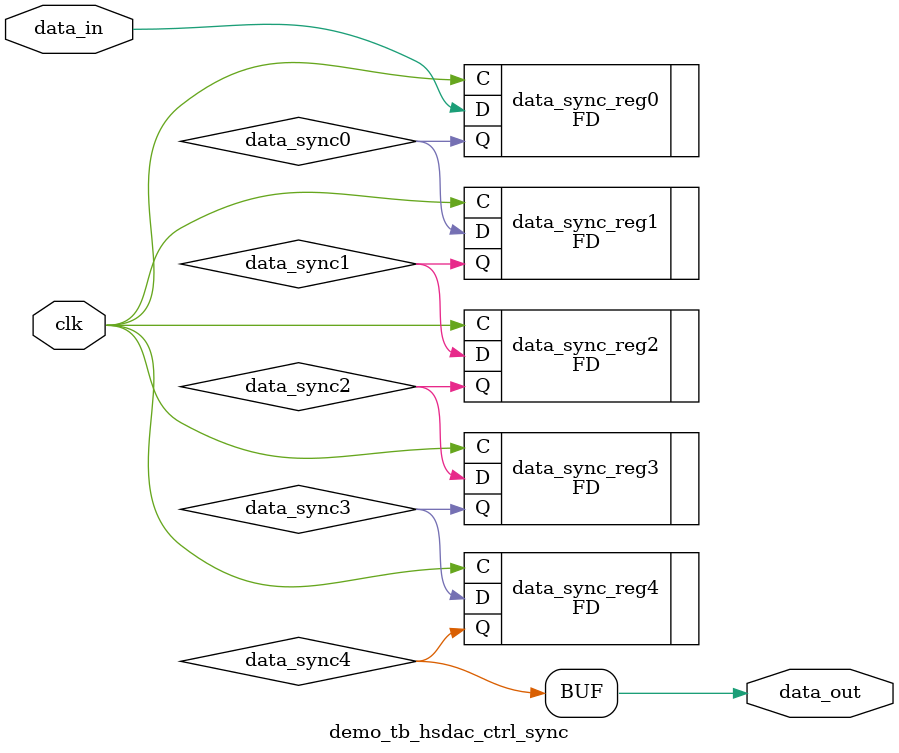
<source format=v>
`timescale 1 ps / 1 ps

module dac0_demo_tb_hsdac_ctrl_axi #(
   parameter integer                   C_S_AXI_ADDR_WIDTH   = 11
   )
(
   input                                  s_axi_aclk,
   input                                  s_axi_aresetn,

   input                                  clk2_clk,
   input                                  clk2_reset,
   
   // IO for bank 0 
   output reg                             dac00_ds_enable_0 = 0,
   output reg  [13:0]                     dac00_ds_inc_0 = 64,
   output reg  [2:0]                      dac00_ds_type_0 = 0,
   output reg  [31:0]                     dac00_ds_scaling_factor_0 = 32000,
   output reg  [31:0]                     dac00_ds_offset_0 = 0,
   output reg  [15:0]                     dac00_ds_phase_high_0 = 0,
   output reg  [15:0]                     dac00_ds_phase_low_0 = 0,
   output reg  [15:0]                     dac00_ds_out_clk_div_0 = 8,
   output reg  [15:0]                     dac00_ds_change_count_0 = 1000,
   input                                  dac00_ds_error_0,
   output reg  [7:0]                      dac00_ds_ctrl_0 = 0,
   input       [31:0]                     dac00_ds_fft_exec_cnt_0,
   input       [31:0]                     dac00_ds_fft_max_level_0,
   input       [7:0]                      dac00_ds_status_0,
   input       [31:0]                     dac00_ds_tone_default_0,
   output reg  [31:0]                     dac00_ds_tone_0 = 0,
   output reg                             dac01_ds_enable_0 = 0,
   output reg  [13:0]                     dac01_ds_inc_0 = 64,
   output reg  [2:0]                      dac01_ds_type_0 = 0,
   output reg  [31:0]                     dac01_ds_scaling_factor_0 = 32000,
   output reg  [31:0]                     dac01_ds_offset_0 = 0,
   output reg  [15:0]                     dac01_ds_phase_high_0 = 0,
   output reg  [15:0]                     dac01_ds_phase_low_0 = 0,
   output reg  [15:0]                     dac01_ds_out_clk_div_0 = 8,
   output reg  [15:0]                     dac01_ds_change_count_0 = 1000,
   input                                  dac01_ds_error_0,
   output reg  [7:0]                      dac01_ds_ctrl_0 = 0,
   input       [31:0]                     dac01_ds_fft_exec_cnt_0,
   input       [31:0]                     dac01_ds_fft_max_level_0,
   input       [7:0]                      dac01_ds_status_0,
   input       [31:0]                     dac01_ds_tone_default_0,
   output reg  [31:0]                     dac01_ds_tone_0 = 0,
   output reg                             dac02_ds_enable_0 = 0,
   output reg  [13:0]                     dac02_ds_inc_0 = 64,
   output reg  [2:0]                      dac02_ds_type_0 = 0,
   output reg  [31:0]                     dac02_ds_scaling_factor_0 = 32000,
   output reg  [31:0]                     dac02_ds_offset_0 = 0,
   output reg  [15:0]                     dac02_ds_phase_high_0 = 0,
   output reg  [15:0]                     dac02_ds_phase_low_0 = 0,
   output reg  [15:0]                     dac02_ds_out_clk_div_0 = 8,
   output reg  [15:0]                     dac02_ds_change_count_0 = 1000,
   input                                  dac02_ds_error_0,
   output reg  [7:0]                      dac02_ds_ctrl_0 = 0,
   input       [31:0]                     dac02_ds_fft_exec_cnt_0,
   input       [31:0]                     dac02_ds_fft_max_level_0,
   input       [7:0]                      dac02_ds_status_0,
   input       [31:0]                     dac02_ds_tone_default_0,
   output reg  [31:0]                     dac02_ds_tone_0 = 0,
   output reg                             dac03_ds_enable_0 = 0,
   output reg  [13:0]                     dac03_ds_inc_0 = 64,
   output reg  [2:0]                      dac03_ds_type_0 = 0,
   output reg  [31:0]                     dac03_ds_scaling_factor_0 = 32000,
   output reg  [31:0]                     dac03_ds_offset_0 = 0,
   output reg  [15:0]                     dac03_ds_phase_high_0 = 0,
   output reg  [15:0]                     dac03_ds_phase_low_0 = 0,
   output reg  [15:0]                     dac03_ds_out_clk_div_0 = 8,
   output reg  [15:0]                     dac03_ds_change_count_0 = 1000,
   input                                  dac03_ds_error_0,
   output reg  [7:0]                      dac03_ds_ctrl_0 = 0,
   input       [31:0]                     dac03_ds_fft_exec_cnt_0,
   input       [31:0]                     dac03_ds_fft_max_level_0,
   input       [7:0]                      dac03_ds_status_0,
   input       [31:0]                     dac03_ds_tone_default_0,
   output reg  [31:0]                     dac03_ds_tone_0 = 0,

 
   // basic register interface
   input                                  slv_rden,
   input                                  slv_wren,
   input       [31:0]                     slv_wdata,
   input       [C_S_AXI_ADDR_WIDTH-1:2]   slv_addr,
   
   output reg                             slv_rd_done,
   output reg                             slv_wr_done,
   output reg  [31:0]                     slv_rdata
 
);

  localparam C_INT_ADDRWIDTH = C_S_AXI_ADDR_WIDTH - 2;

  //----------------------------------------------------------------------------
  // Internal reg/wire declarations
  //----------------------------------------------------------------------------

  reg         slv_rden_r;            // Registered incoming read 
  wire        slv_rden_pls;          // Internally generated pulse
  reg         slv_access_valid_hold; // Flag indicates access in progress in axi domain
  wire        slv_wren_clear;        // Clears the held access valid signal
  reg         slv_access_is_read;    // High is access is a read
  reg  [31:0] slv_wdata_r_internal;  // Register the write data
  wire        slv_wren_clk2;         // Pulse on clk2 when rising edge of valid seen
  wire        slv_wren_done_pulse;   // Pulse on falling edge of clk1_ready
  wire        do_write_clk2;         // Use for debug

  //----------------------------------------------------------------------------
  // Create a held wr or rd signal. This is used to flag an access in progress
  // accross the clock domain.  This is reset when the signal has passed back
  // from the clk2 domain into the axi domain
  //----------------------------------------------------------------------------
  always @( posedge s_axi_aclk ) begin
    if ( ~s_axi_aresetn ) begin
      slv_access_valid_hold <= 'd0;
      slv_wdata_r_internal <= 'd0;
      end
    else begin
      if(slv_wren | slv_rden_pls) begin
        slv_access_valid_hold <= 'd1;
        // register the data locally for cross clock domain crossing
        slv_wdata_r_internal <= slv_wdata;
        end
      else begin
        if(slv_wren_clear) begin
          slv_access_valid_hold <= 'd0;
          end
        // Hold data
        slv_wdata_r_internal <= slv_wdata_r_internal;
        end
      end
    end

  //---------------------------------------------------------------------------
  // register the incoming read strobe, this will stay high, so we create a 
  // pulse to use. to generate the request across the clock domain.
  //---------------------------------------------------------------------------
  always @( posedge s_axi_aclk ) begin
    if ( ~s_axi_aresetn ) begin
      slv_rden_r <= 'd0; // Zero all data
      end
    else begin
      slv_rden_r <= slv_rden;
      end
    end
    
  assign slv_rden_pls = (!slv_rden_r) & slv_rden;

  //---------------------------------------------------------------------------
  //---------------------------------------------------------------------------
  // Clk2 clock domain handshake
  // 
  // This logic pass's the Clk2 access request across the clock domain.
  // On the DRP side, a pulse is generated to initialte the Clk2 access. When
  // The RDY pulse is received, a ready signal is passed back across the clock
  // boundary to the AXI clock domain. This causes the valid request to be
  // removed, and when seen on the DRP domain, the ready is lowered.
  // When the ready falling edge is seen in the AXI domain the AXI transaction
  // is finally completed.
  // Although this logic is slow, it minimises the logic required.
  // It also ensures if the Clk2 rate is very slow compared to the AXI rate
  // transactions will fully complete before another can be requested, though
  // in the case the user should probally set wait_for_drp low and poll for
  // the Clk2 completion
  //---------------------------------------------------------------------------
  //---------------------------------------------------------------------------
  demo_tb_hsdac_ctrl_hshk_pls_gen clk2clk_handshake_pulse_gen_i(
   .clk1             (s_axi_aclk              ),
   .clk1_rst         (s_axi_aresetn           ),
   
   .clk1_valid       (slv_access_valid_hold   ), // Access in clk1 requested flag, pass to clk2
   .clk1_ready       (slv_wren_clear          ), // Access is complete in clk2, lower request in clk1
   .clk1_ready_pulse (slv_wren_done_pulse     ), // Pulsed on falling edge of clk1_ready, access complete in clk1 & clk2
   
   .clk2             (clk2_clk                ),
   .clk2_rst         (clk2_reset              ),
 
   .clk2_valid       ( ),
   .clk2_valid_pulse (slv_wren_clk2           ),
   .clk2_ready_pulse (slv_wren_clk2           )
    
  );
  
  // Gate the write strobe with the access type. In this case only the read enable
  // is high while we wait for the result
  assign do_write_clk2 = slv_wren_clk2 & (! slv_rden_r);

  //----------------------------------------------------------------------------
  // Register write logic
  //----------------------------------------------------------------------------
   always @( posedge clk2_clk )
   begin
      if (~clk2_reset) begin
        // set RW register defaults

         dac00_ds_enable_0                        <= 1'd0;
         dac00_ds_inc_0                           <= 14'd64;
         dac00_ds_type_0                          <= 3'd0;
         dac00_ds_scaling_factor_0                <= 32'd32000;
         dac00_ds_offset_0                        <= 32'd0;
         dac00_ds_phase_high_0                    <= 16'd0;
         dac00_ds_phase_low_0                     <= 16'd0;
         dac00_ds_out_clk_div_0                   <= 16'd8;
         dac00_ds_change_count_0                  <= 16'd1000;
         dac00_ds_ctrl_0                          <= 8'd0;
         dac00_ds_tone_0                          <= dac00_ds_tone_default_0;
         dac01_ds_enable_0                        <= 1'd0;
         dac01_ds_inc_0                           <= 14'd64;
         dac01_ds_type_0                          <= 3'd0;
         dac01_ds_scaling_factor_0                <= 32'd32000;
         dac01_ds_offset_0                        <= 32'd0;
         dac01_ds_phase_high_0                    <= 16'd0;
         dac01_ds_phase_low_0                     <= 16'd0;
         dac01_ds_out_clk_div_0                   <= 16'd8;
         dac01_ds_change_count_0                  <= 16'd1000;
         dac01_ds_ctrl_0                          <= 8'd0;
         dac01_ds_tone_0                          <= dac01_ds_tone_default_0;
         dac02_ds_enable_0                        <= 1'd0;
         dac02_ds_inc_0                           <= 14'd64;
         dac02_ds_type_0                          <= 3'd0;
         dac02_ds_scaling_factor_0                <= 32'd32000;
         dac02_ds_offset_0                        <= 32'd0;
         dac02_ds_phase_high_0                    <= 16'd0;
         dac02_ds_phase_low_0                     <= 16'd0;
         dac02_ds_out_clk_div_0                   <= 16'd8;
         dac02_ds_change_count_0                  <= 16'd1000;
         dac02_ds_ctrl_0                          <= 8'd0;
         dac02_ds_tone_0                          <= dac02_ds_tone_default_0;
         dac03_ds_enable_0                        <= 1'd0;
         dac03_ds_inc_0                           <= 14'd64;
         dac03_ds_type_0                          <= 3'd0;
         dac03_ds_scaling_factor_0                <= 32'd32000;
         dac03_ds_offset_0                        <= 32'd0;
         dac03_ds_phase_high_0                    <= 16'd0;
         dac03_ds_phase_low_0                     <= 16'd0;
         dac03_ds_out_clk_div_0                   <= 16'd8;
         dac03_ds_change_count_0                  <= 16'd1000;
         dac03_ds_ctrl_0                          <= 8'd0;
         dac03_ds_tone_0                          <= dac03_ds_tone_default_0;

 
      end 
      else begin    
         // on a write we write to the appropriate register
         // Not that slv_rden_r comes from the AXI clock domain, but will be stable
         // when the pulse arrives to register the data.
         if (slv_wren_clk2 & (~slv_rden_r)) begin
            case (slv_addr)
            // WRITE assignments for signal block 0
            'h0     : begin // @ address = 'd0 'h0
                      dac00_ds_enable_0                        <= slv_wdata_r_internal[0];
                      end
            'h2     : begin // @ address = 'd8 'h8
                      dac00_ds_inc_0                           <= slv_wdata_r_internal[13:0];
                      end
            'h4     : begin // @ address = 'd16 'h10
                      dac00_ds_type_0                          <= slv_wdata_r_internal[2:0];
                      end
            'h8     : begin // @ address = 'd32 'h20
                      dac00_ds_scaling_factor_0                <= slv_wdata_r_internal[31:0];
                      end
            'h9     : begin // @ address = 'd36 'h24
                      dac00_ds_offset_0                        <= slv_wdata_r_internal[31:0];
                      end
            'ha     : begin // @ address = 'd40 'h28
                      dac00_ds_phase_high_0                    <= slv_wdata_r_internal[15:0];
                      end
            'hb     : begin // @ address = 'd44 'h2c
                      dac00_ds_phase_low_0                     <= slv_wdata_r_internal[15:0];
                      end
            'hc     : begin // @ address = 'd48 'h30
                      dac00_ds_out_clk_div_0                   <= slv_wdata_r_internal[15:0];
                      end
            'hd     : begin // @ address = 'd52 'h34
                      dac00_ds_change_count_0                  <= slv_wdata_r_internal[15:0];
                      end
            'hf     : begin // @ address = 'd60 'h3c
                      dac00_ds_ctrl_0                          <= slv_wdata_r_internal[7:0];
                      end
            'h13    : begin // @ address = 'd76 'h4c
                      dac00_ds_tone_0                          <= slv_wdata_r_internal[31:0];
                      end
            'h40    : begin // @ address = 'd256 'h100
                      dac01_ds_enable_0                        <= slv_wdata_r_internal[0];
                      end
            'h42    : begin // @ address = 'd264 'h108
                      dac01_ds_inc_0                           <= slv_wdata_r_internal[13:0];
                      end
            'h44    : begin // @ address = 'd272 'h110
                      dac01_ds_type_0                          <= slv_wdata_r_internal[2:0];
                      end
            'h48    : begin // @ address = 'd288 'h120
                      dac01_ds_scaling_factor_0                <= slv_wdata_r_internal[31:0];
                      end
            'h49    : begin // @ address = 'd292 'h124
                      dac01_ds_offset_0                        <= slv_wdata_r_internal[31:0];
                      end
            'h4a    : begin // @ address = 'd296 'h128
                      dac01_ds_phase_high_0                    <= slv_wdata_r_internal[15:0];
                      end
            'h4b    : begin // @ address = 'd300 'h12c
                      dac01_ds_phase_low_0                     <= slv_wdata_r_internal[15:0];
                      end
            'h4c    : begin // @ address = 'd304 'h130
                      dac01_ds_out_clk_div_0                   <= slv_wdata_r_internal[15:0];
                      end
            'h4d    : begin // @ address = 'd308 'h134
                      dac01_ds_change_count_0                  <= slv_wdata_r_internal[15:0];
                      end
            'h4f    : begin // @ address = 'd316 'h13c
                      dac01_ds_ctrl_0                          <= slv_wdata_r_internal[7:0];
                      end
            'h53    : begin // @ address = 'd332 'h14c
                      dac01_ds_tone_0                          <= slv_wdata_r_internal[31:0];
                      end
            'h80    : begin // @ address = 'd512 'h200
                      dac02_ds_enable_0                        <= slv_wdata_r_internal[0];
                      end
            'h82    : begin // @ address = 'd520 'h208
                      dac02_ds_inc_0                           <= slv_wdata_r_internal[13:0];
                      end
            'h84    : begin // @ address = 'd528 'h210
                      dac02_ds_type_0                          <= slv_wdata_r_internal[2:0];
                      end
            'h88    : begin // @ address = 'd544 'h220
                      dac02_ds_scaling_factor_0                <= slv_wdata_r_internal[31:0];
                      end
            'h89    : begin // @ address = 'd548 'h224
                      dac02_ds_offset_0                        <= slv_wdata_r_internal[31:0];
                      end
            'h8a    : begin // @ address = 'd552 'h228
                      dac02_ds_phase_high_0                    <= slv_wdata_r_internal[15:0];
                      end
            'h8b    : begin // @ address = 'd556 'h22c
                      dac02_ds_phase_low_0                     <= slv_wdata_r_internal[15:0];
                      end
            'h8c    : begin // @ address = 'd560 'h230
                      dac02_ds_out_clk_div_0                   <= slv_wdata_r_internal[15:0];
                      end
            'h8d    : begin // @ address = 'd564 'h234
                      dac02_ds_change_count_0                  <= slv_wdata_r_internal[15:0];
                      end
            'h8f    : begin // @ address = 'd572 'h23c
                      dac02_ds_ctrl_0                          <= slv_wdata_r_internal[7:0];
                      end
            'h93    : begin // @ address = 'd588 'h24c
                      dac02_ds_tone_0                          <= slv_wdata_r_internal[31:0];
                      end
            'hc0    : begin // @ address = 'd768 'h300
                      dac03_ds_enable_0                        <= slv_wdata_r_internal[0];
                      end
            'hc2    : begin // @ address = 'd776 'h308
                      dac03_ds_inc_0                           <= slv_wdata_r_internal[13:0];
                      end
            'hc4    : begin // @ address = 'd784 'h310
                      dac03_ds_type_0                          <= slv_wdata_r_internal[2:0];
                      end
            'hc8    : begin // @ address = 'd800 'h320
                      dac03_ds_scaling_factor_0                <= slv_wdata_r_internal[31:0];
                      end
            'hc9    : begin // @ address = 'd804 'h324
                      dac03_ds_offset_0                        <= slv_wdata_r_internal[31:0];
                      end
            'hca    : begin // @ address = 'd808 'h328
                      dac03_ds_phase_high_0                    <= slv_wdata_r_internal[15:0];
                      end
            'hcb    : begin // @ address = 'd812 'h32c
                      dac03_ds_phase_low_0                     <= slv_wdata_r_internal[15:0];
                      end
            'hcc    : begin // @ address = 'd816 'h330
                      dac03_ds_out_clk_div_0                   <= slv_wdata_r_internal[15:0];
                      end
            'hcd    : begin // @ address = 'd820 'h334
                      dac03_ds_change_count_0                  <= slv_wdata_r_internal[15:0];
                      end
            'hcf    : begin // @ address = 'd828 'h33c
                      dac03_ds_ctrl_0                          <= slv_wdata_r_internal[7:0];
                      end
            'hd3    : begin // @ address = 'd844 'h34c
                      dac03_ds_tone_0                          <= slv_wdata_r_internal[31:0];
                      end


            endcase
         end   
      end
   end
   
  //----------------------------------------------------------------------------
  // Register read logic
  // All signal come from clk 2, however by design these should be RW signals,
  // originating in this block. Therefore we know these signals will be steady
  // on a read.
  //---------------------------------------------------------------------------
  always @( posedge s_axi_aclk ) begin
    if ( ~s_axi_aresetn ) begin
      end
    else begin
      slv_rdata <= 'd0; // Zero all data bits, individual bits may be modified in the case below
      case (slv_addr)
      // READ assignments for signal block 0
     'h0     : begin // @ address = 'd0 'h0
               slv_rdata[0]         <= dac00_ds_enable_0;
               end
     'h2     : begin // @ address = 'd8 'h8
               slv_rdata[13:0]      <= dac00_ds_inc_0;
               end
     'h4     : begin // @ address = 'd16 'h10
               slv_rdata[2:0]       <= dac00_ds_type_0;
               end
     'h8     : begin // @ address = 'd32 'h20
               slv_rdata[31:0]      <= dac00_ds_scaling_factor_0;
               end
     'h9     : begin // @ address = 'd36 'h24
               slv_rdata[31:0]      <= dac00_ds_offset_0;
               end
     'ha     : begin // @ address = 'd40 'h28
               slv_rdata[15:0]      <= dac00_ds_phase_high_0;
               end
     'hb     : begin // @ address = 'd44 'h2c
               slv_rdata[15:0]      <= dac00_ds_phase_low_0;
               end
     'hc     : begin // @ address = 'd48 'h30
               slv_rdata[15:0]      <= dac00_ds_out_clk_div_0;
               end
     'hd     : begin // @ address = 'd52 'h34
               slv_rdata[15:0]      <= dac00_ds_change_count_0;
               end
     'he     : begin // @ address = 'd56 'h38
               slv_rdata[0]         <= dac00_ds_error_0;
               end
     'hf     : begin // @ address = 'd60 'h3c
               slv_rdata[7:0]       <= dac00_ds_ctrl_0;
               end
     'h10    : begin // @ address = 'd64 'h40
               slv_rdata[31:0]      <= dac00_ds_fft_exec_cnt_0;
               end
     'h11    : begin // @ address = 'd68 'h44
               slv_rdata[31:0]      <= dac00_ds_fft_max_level_0;
               end
     'h12    : begin // @ address = 'd72 'h48
               slv_rdata[7:0]       <= dac00_ds_status_0;
               end
     'h13    : begin // @ address = 'd76 'h4c
               slv_rdata[31:0]      <= dac00_ds_tone_0;
               end              
     'h40    : begin // @ address = 'd256 'h100
               slv_rdata[0]         <= dac01_ds_enable_0;
               end
     'h42    : begin // @ address = 'd264 'h108
               slv_rdata[13:0]      <= dac01_ds_inc_0;
               end
     'h44    : begin // @ address = 'd272 'h110
               slv_rdata[2:0]       <= dac01_ds_type_0;
               end
     'h48    : begin // @ address = 'd288 'h120
               slv_rdata[31:0]      <= dac01_ds_scaling_factor_0;
               end
     'h49    : begin // @ address = 'd292 'h124
               slv_rdata[31:0]      <= dac01_ds_offset_0;
               end
     'h4a    : begin // @ address = 'd296 'h128
               slv_rdata[15:0]      <= dac01_ds_phase_high_0;
               end
     'h4b    : begin // @ address = 'd300 'h12c
               slv_rdata[15:0]      <= dac01_ds_phase_low_0;
               end
     'h4c    : begin // @ address = 'd304 'h130
               slv_rdata[15:0]      <= dac01_ds_out_clk_div_0;
               end
     'h4d    : begin // @ address = 'd308 'h134
               slv_rdata[15:0]      <= dac01_ds_change_count_0;
               end
     'h4e    : begin // @ address = 'd312 'h138
               slv_rdata[0]         <= dac01_ds_error_0;
               end
     'h4f    : begin // @ address = 'd316 'h13c
               slv_rdata[7:0]       <= dac01_ds_ctrl_0;
               end
     'h50    : begin // @ address = 'd320 'h140
               slv_rdata[31:0]      <= dac01_ds_fft_exec_cnt_0;
               end
     'h51    : begin // @ address = 'd324 'h144
               slv_rdata[31:0]      <= dac01_ds_fft_max_level_0;
               end
     'h52    : begin // @ address = 'd328 'h148
               slv_rdata[7:0]       <= dac01_ds_status_0;
               end
     'h53    : begin // @ address = 'd332 'h14c
               slv_rdata[31:0]      <= dac01_ds_tone_0;
               end  
     'h80    : begin // @ address = 'd512 'h200
               slv_rdata[0]         <= dac02_ds_enable_0;
               end
     'h82    : begin // @ address = 'd520 'h208
               slv_rdata[13:0]      <= dac02_ds_inc_0;
               end
     'h84    : begin // @ address = 'd528 'h210
               slv_rdata[2:0]       <= dac02_ds_type_0;
               end
     'h88    : begin // @ address = 'd544 'h220
               slv_rdata[31:0]      <= dac02_ds_scaling_factor_0;
               end
     'h89    : begin // @ address = 'd548 'h224
               slv_rdata[31:0]      <= dac02_ds_offset_0;
               end
     'h8a    : begin // @ address = 'd552 'h228
               slv_rdata[15:0]      <= dac02_ds_phase_high_0;
               end
     'h8b    : begin // @ address = 'd556 'h22c
               slv_rdata[15:0]      <= dac02_ds_phase_low_0;
               end
     'h8c    : begin // @ address = 'd560 'h230
               slv_rdata[15:0]      <= dac02_ds_out_clk_div_0;
               end
     'h8d    : begin // @ address = 'd564 'h234
               slv_rdata[15:0]      <= dac02_ds_change_count_0;
               end
     'h8e    : begin // @ address = 'd568 'h238
               slv_rdata[0]         <= dac02_ds_error_0;
               end
     'h8f    : begin // @ address = 'd572 'h23c
               slv_rdata[7:0]       <= dac02_ds_ctrl_0;
               end
     'h90    : begin // @ address = 'd576 'h240
               slv_rdata[31:0]      <= dac02_ds_fft_exec_cnt_0;
               end
     'h91    : begin // @ address = 'd580 'h244
               slv_rdata[31:0]      <= dac02_ds_fft_max_level_0;
               end
     'h92    : begin // @ address = 'd584 'h248
               slv_rdata[7:0]       <= dac02_ds_status_0;
               end
     'h93    : begin // @ address = 'd588 'h24c
               slv_rdata[31:0]      <= dac02_ds_tone_0;
               end  
     'hc0    : begin // @ address = 'd768 'h300
               slv_rdata[0]         <= dac03_ds_enable_0;
               end
     'hc2    : begin // @ address = 'd776 'h308
               slv_rdata[13:0]      <= dac03_ds_inc_0;
               end
     'hc4    : begin // @ address = 'd784 'h310
               slv_rdata[2:0]       <= dac03_ds_type_0;
               end
     'hc8    : begin // @ address = 'd800 'h320
               slv_rdata[31:0]      <= dac03_ds_scaling_factor_0;
               end
     'hc9    : begin // @ address = 'd804 'h324
               slv_rdata[31:0]      <= dac03_ds_offset_0;
               end
     'hca    : begin // @ address = 'd808 'h328
               slv_rdata[15:0]      <= dac03_ds_phase_high_0;
               end
     'hcb    : begin // @ address = 'd812 'h32c
               slv_rdata[15:0]      <= dac03_ds_phase_low_0;
               end
     'hcc    : begin // @ address = 'd816 'h330
               slv_rdata[15:0]      <= dac03_ds_out_clk_div_0;
               end
     'hcd    : begin // @ address = 'd820 'h334
               slv_rdata[15:0]      <= dac03_ds_change_count_0;
               end
     'hce    : begin // @ address = 'd824 'h338
               slv_rdata[0]         <= dac03_ds_error_0;
               end
     'hcf    : begin // @ address = 'd828 'h33c
               slv_rdata[7:0]       <= dac03_ds_ctrl_0;
               end
     'hd0    : begin // @ address = 'd832 'h340
               slv_rdata[31:0]      <= dac03_ds_fft_exec_cnt_0;
               end
     'hd1    : begin // @ address = 'd836 'h344
               slv_rdata[31:0]      <= dac03_ds_fft_max_level_0;
               end
     'hd2    : begin // @ address = 'd840 'h348
               slv_rdata[7:0]       <= dac03_ds_status_0;
               end
     'hd3    : begin // @ address = 'd844 'h34c
               slv_rdata[31:0]      <= dac03_ds_tone_0;
               end  

      default: slv_rdata            <= 'd0;
      endcase
      end
    end
   
   //---------------------------------------------------------------------------
   // read/write done logic.
   // Completed with the retruning pulse from the clk2 domain
   //---------------------------------------------------------------------------
   always @(*)
     begin
     slv_rd_done = slv_wren_done_pulse & (  slv_rden_r) ;
     slv_wr_done = slv_wren_done_pulse & (! slv_rden_r);
     end

endmodule

//-----------------------------------------------------------------------------
// Title      : dac1_demo_tb_hsdac_ctrl_axi
// Project    : NA
//-----------------------------------------------------------------------------
// File       : dac1_demo_tb_hsdac_ctrl_axi.v
// Author     : Xilinx Inc.
//-----------------------------------------------------------------------------
// (c) Copyright 2017 Xilinx, Inc. All rights reserved.
//
// This file contains confidential and proprietary information
// of Xilinx, Inc. and is protected under U.S. and
// international copyright and other intellectual property
// laws.
//
// DISCLAIMER
// This disclaimer is not a license and does not grant any
// rights to the materials distributed herewith. Except as
// otherwise provided in a valid license issued to you by
// Xilinx, and to the maximum extent permitted by applicable
// law: (1) THESE MATERIALS ARE MADE AVAILABLE 'AS IS' AND
// WITH ALL FAULTS, AND XILINX HEREBY DISCLAIMS ALL WARRANTIES
// AND CONDITIONS, EXPRESS, IMPLIED, OR STATUTORY, INCLUDING
// BUT NOT LIMITED TO WARRANTIES OF MERCHANTABILITY, NON-
// INFRINGEMENT, OR FITNESS FOR ANY PARTICULAR PURPOSE; and
// (2) Xilinx shall not be liable (whether in contract or tort,
// including negligence, or under any other theory of
// liability) for any loss or damage of any kind or nature
// related to, arising under or in connection with these
// materials, including for any direct, or any indirect,
// special, incidental, or consequential loss or damage
// (including loss of data, profits, goodwill, or any type of
// loss or damage suffered as a result of any action brought
// by a third party) even if such damage or loss was
// reasonably foreseeable or Xilinx had been advised of the
// possibility of the same.
//
// CRITICAL APPLICATIONS
// Xilinx products are not designed or intended to be fail-
// safe, or for use in any application requiring fail-safe
// performance, such as life-support or safety devices or
// systems, Class III medical devices, nuclear facilities,
// applications related to the deployment of airbags, or any
// other applications that could lead to death, personal
// injury, or severe property or environmental damage
// (individually and collectively, 'Critical
// Applications'). Customer assumes the sole risk and
// liability of any use of Xilinx products in Critical
// Applications, subject only to applicable laws and
// regulations governing limitations on product liability.
//
// THIS COPYRIGHT NOTICE AND DISCLAIMER MUST BE RETAINED AS
// PART OF THIS FILE AT ALL TIMES.
//-----------------------------------------------------------------------------
`timescale 1 ps / 1 ps

module dac1_demo_tb_hsdac_ctrl_axi #(
   parameter integer                   C_S_AXI_ADDR_WIDTH   = 11
   )
(
   input                                  s_axi_aclk,
   input                                  s_axi_aresetn,

   input                                  clk2_clk,
   input                                  clk2_reset,
   
   // IO for bank 0 
   output reg                             dac10_ds_enable_0 = 0,
   output reg  [13:0]                     dac10_ds_inc_0 = 64,
   output reg  [2:0]                      dac10_ds_type_0 = 0,
   output reg  [31:0]                     dac10_ds_scaling_factor_0 = 32000,
   output reg  [31:0]                     dac10_ds_offset_0 = 0,
   output reg  [15:0]                     dac10_ds_phase_high_0 = 0,
   output reg  [15:0]                     dac10_ds_phase_low_0 = 0,
   output reg  [15:0]                     dac10_ds_out_clk_div_0 = 8,
   output reg  [15:0]                     dac10_ds_change_count_0 = 1000,
   input                                  dac10_ds_error_0,
   output reg  [7:0]                      dac10_ds_ctrl_0 = 0,
   input       [31:0]                     dac10_ds_fft_exec_cnt_0,
   input       [31:0]                     dac10_ds_fft_max_level_0,
   input       [7:0]                      dac10_ds_status_0,
   input       [31:0]                     dac10_ds_tone_default_0,
   output reg  [31:0]                     dac10_ds_tone_0 = 0,
   output reg                             dac11_ds_enable_0 = 0,
   output reg  [13:0]                     dac11_ds_inc_0 = 64,
   output reg  [2:0]                      dac11_ds_type_0 = 0,
   output reg  [31:0]                     dac11_ds_scaling_factor_0 = 32000,
   output reg  [31:0]                     dac11_ds_offset_0 = 0,
   output reg  [15:0]                     dac11_ds_phase_high_0 = 0,
   output reg  [15:0]                     dac11_ds_phase_low_0 = 0,
   output reg  [15:0]                     dac11_ds_out_clk_div_0 = 8,
   output reg  [15:0]                     dac11_ds_change_count_0 = 1000,
   input                                  dac11_ds_error_0,
   output reg  [7:0]                      dac11_ds_ctrl_0 = 0,
   input       [31:0]                     dac11_ds_fft_exec_cnt_0,
   input       [31:0]                     dac11_ds_fft_max_level_0,
   input       [7:0]                      dac11_ds_status_0,
   input       [31:0]                     dac11_ds_tone_default_0,
   output reg  [31:0]                     dac11_ds_tone_0 = 0,
   output reg                             dac12_ds_enable_0 = 0,
   output reg  [13:0]                     dac12_ds_inc_0 = 64,
   output reg  [2:0]                      dac12_ds_type_0 = 0,
   output reg  [31:0]                     dac12_ds_scaling_factor_0 = 32000,
   output reg  [31:0]                     dac12_ds_offset_0 = 0,
   output reg  [15:0]                     dac12_ds_phase_high_0 = 0,
   output reg  [15:0]                     dac12_ds_phase_low_0 = 0,
   output reg  [15:0]                     dac12_ds_out_clk_div_0 = 8,
   output reg  [15:0]                     dac12_ds_change_count_0 = 1000,
   input                                  dac12_ds_error_0,
   output reg  [7:0]                      dac12_ds_ctrl_0 = 0,
   input       [31:0]                     dac12_ds_fft_exec_cnt_0,
   input       [31:0]                     dac12_ds_fft_max_level_0,
   input       [7:0]                      dac12_ds_status_0,
   input       [31:0]                     dac12_ds_tone_default_0,
   output reg  [31:0]                     dac12_ds_tone_0 = 0,
   output reg                             dac13_ds_enable_0 = 0,
   output reg  [13:0]                     dac13_ds_inc_0 = 64,
   output reg  [2:0]                      dac13_ds_type_0 = 0,
   output reg  [31:0]                     dac13_ds_scaling_factor_0 = 32000,
   output reg  [31:0]                     dac13_ds_offset_0 = 0,
   output reg  [15:0]                     dac13_ds_phase_high_0 = 0,
   output reg  [15:0]                     dac13_ds_phase_low_0 = 0,
   output reg  [15:0]                     dac13_ds_out_clk_div_0 = 8,
   output reg  [15:0]                     dac13_ds_change_count_0 = 1000,
   input                                  dac13_ds_error_0,
   output reg  [7:0]                      dac13_ds_ctrl_0 = 0,
   input       [31:0]                     dac13_ds_fft_exec_cnt_0,
   input       [31:0]                     dac13_ds_fft_max_level_0,
   input       [7:0]                      dac13_ds_status_0,
   input       [31:0]                     dac13_ds_tone_default_0,
   output reg  [31:0]                     dac13_ds_tone_0 = 0,

 
   // basic register interface
   input                                  slv_rden,
   input                                  slv_wren,
   input       [31:0]                     slv_wdata,
   input       [C_S_AXI_ADDR_WIDTH-1:2]   slv_addr,
   
   output reg                             slv_rd_done,
   output reg                             slv_wr_done,
   output reg  [31:0]                     slv_rdata
 
);

  localparam C_INT_ADDRWIDTH = C_S_AXI_ADDR_WIDTH - 2;

  //----------------------------------------------------------------------------
  // Internal reg/wire declarations
  //----------------------------------------------------------------------------

  reg         slv_rden_r;            // Registered incoming read 
  wire        slv_rden_pls;          // Internally generated pulse
  reg         slv_access_valid_hold; // Flag indicates access in progress in axi domain
  wire        slv_wren_clear;        // Clears the held access valid signal
  reg         slv_access_is_read;    // High is access is a read
  reg  [31:0] slv_wdata_r_internal;  // Register the write data
  wire        slv_wren_clk2;         // Pulse on clk2 when rising edge of valid seen
  wire        slv_wren_done_pulse;   // Pulse on falling edge of clk1_ready
  wire        do_write_clk2;         // Use for debug

  //----------------------------------------------------------------------------
  // Create a held wr or rd signal. This is used to flag an access in progress
  // accross the clock domain.  This is reset when the signal has passed back
  // from the clk2 domain into the axi domain
  //----------------------------------------------------------------------------
  always @( posedge s_axi_aclk ) begin
    if ( ~s_axi_aresetn ) begin
      slv_access_valid_hold <= 'd0;
      slv_wdata_r_internal <= 'd0;
      end
    else begin
      if(slv_wren | slv_rden_pls) begin
        slv_access_valid_hold <= 'd1;
        // register the data locally for cross clock domain crossing
        slv_wdata_r_internal <= slv_wdata;
        end
      else begin
        if(slv_wren_clear) begin
          slv_access_valid_hold <= 'd0;
          end
        // Hold data
        slv_wdata_r_internal <= slv_wdata_r_internal;
        end
      end
    end

  //---------------------------------------------------------------------------
  // register the incoming read strobe, this will stay high, so we create a 
  // pulse to use. to generate the request across the clock domain.
  //---------------------------------------------------------------------------
  always @( posedge s_axi_aclk ) begin
    if ( ~s_axi_aresetn ) begin
      slv_rden_r <= 'd0; // Zero all data
      end
    else begin
      slv_rden_r <= slv_rden;
      end
    end
    
  assign slv_rden_pls = (!slv_rden_r) & slv_rden;

  //---------------------------------------------------------------------------
  //---------------------------------------------------------------------------
  // Clk2 clock domain handshake
  // 
  // This logic pass's the Clk2 access request across the clock domain.
  // On the DRP side, a pulse is generated to initialte the Clk2 access. When
  // The RDY pulse is received, a ready signal is passed back across the clock
  // boundary to the AXI clock domain. This causes the valid request to be
  // removed, and when seen on the DRP domain, the ready is lowered.
  // When the ready falling edge is seen in the AXI domain the AXI transaction
  // is finally completed.
  // Although this logic is slow, it minimises the logic required.
  // It also ensures if the Clk2 rate is very slow compared to the AXI rate
  // transactions will fully complete before another can be requested, though
  // in the case the user should probally set wait_for_drp low and poll for
  // the Clk2 completion
  //---------------------------------------------------------------------------
  //---------------------------------------------------------------------------
  demo_tb_hsdac_ctrl_hshk_pls_gen clk2clk_handshake_pulse_gen_i(
   .clk1             (s_axi_aclk              ),
   .clk1_rst         (s_axi_aresetn           ),
   
   .clk1_valid       (slv_access_valid_hold   ), // Access in clk1 requested flag, pass to clk2
   .clk1_ready       (slv_wren_clear          ), // Access is complete in clk2, lower request in clk1
   .clk1_ready_pulse (slv_wren_done_pulse     ), // Pulsed on falling edge of clk1_ready, access complete in clk1 & clk2
   
   .clk2             (clk2_clk                ),
   .clk2_rst         (clk2_reset              ),
 
   .clk2_valid       ( ),
   .clk2_valid_pulse (slv_wren_clk2           ),
   .clk2_ready_pulse (slv_wren_clk2           )
    
  );
  
  // Gate the write strobe with the access type. In this case only the read enable
  // is high while we wait for the result
  assign do_write_clk2 = slv_wren_clk2 & (! slv_rden_r);

  //----------------------------------------------------------------------------
  // Register write logic
  //----------------------------------------------------------------------------
   always @( posedge clk2_clk )
   begin
      if (~clk2_reset) begin
        // set RW register defaults

         dac10_ds_enable_0                        <= 1'd0;
         dac10_ds_inc_0                           <= 14'd64;
         dac10_ds_type_0                          <= 3'd0;
         dac10_ds_scaling_factor_0                <= 32'd32000;
         dac10_ds_offset_0                        <= 32'd0;
         dac10_ds_phase_high_0                    <= 16'd0;
         dac10_ds_phase_low_0                     <= 16'd0;
         dac10_ds_out_clk_div_0                   <= 16'd8;
         dac10_ds_change_count_0                  <= 16'd1000;
         dac10_ds_ctrl_0                          <= 8'd0;
         dac10_ds_tone_0                          <= dac10_ds_tone_default_0;
         dac11_ds_enable_0                        <= 1'd0;
         dac11_ds_inc_0                           <= 14'd64;
         dac11_ds_type_0                          <= 3'd0;
         dac11_ds_scaling_factor_0                <= 32'd32000;
         dac11_ds_offset_0                        <= 32'd0;
         dac11_ds_phase_high_0                    <= 16'd0;
         dac11_ds_phase_low_0                     <= 16'd0;
         dac11_ds_out_clk_div_0                   <= 16'd8;
         dac11_ds_change_count_0                  <= 16'd1000;
         dac11_ds_ctrl_0                          <= 8'd0;
         dac11_ds_tone_0                          <= dac11_ds_tone_default_0;
         dac12_ds_enable_0                        <= 1'd0;
         dac12_ds_inc_0                           <= 14'd64;
         dac12_ds_type_0                          <= 3'd0;
         dac12_ds_scaling_factor_0                <= 32'd32000;
         dac12_ds_offset_0                        <= 32'd0;
         dac12_ds_phase_high_0                    <= 16'd0;
         dac12_ds_phase_low_0                     <= 16'd0;
         dac12_ds_out_clk_div_0                   <= 16'd8;
         dac12_ds_change_count_0                  <= 16'd1000;
         dac12_ds_ctrl_0                          <= 8'd0;
         dac12_ds_tone_0                          <= dac12_ds_tone_default_0;
         dac13_ds_enable_0                        <= 1'd0;
         dac13_ds_inc_0                           <= 14'd64;
         dac13_ds_type_0                          <= 3'd0;
         dac13_ds_scaling_factor_0                <= 32'd32000;
         dac13_ds_offset_0                        <= 32'd0;
         dac13_ds_phase_high_0                    <= 16'd0;
         dac13_ds_phase_low_0                     <= 16'd0;
         dac13_ds_out_clk_div_0                   <= 16'd8;
         dac13_ds_change_count_0                  <= 16'd1000;
         dac13_ds_ctrl_0                          <= 8'd0;
         dac13_ds_tone_0                          <= dac13_ds_tone_default_0;

 
      end 
      else begin    
         // on a write we write to the appropriate register
         // Not that slv_rden_r comes from the AXI clock domain, but will be stable
         // when the pulse arrives to register the data.
         if (slv_wren_clk2 & (~slv_rden_r)) begin
            case (slv_addr)
            // WRITE assignments for signal block 0
            'h0     : begin // @ address = 'd0 'h0
                      dac10_ds_enable_0                        <= slv_wdata_r_internal[0];
                      end
            'h2     : begin // @ address = 'd8 'h8
                      dac10_ds_inc_0                           <= slv_wdata_r_internal[13:0];
                      end
            'h4     : begin // @ address = 'd16 'h10
                      dac10_ds_type_0                          <= slv_wdata_r_internal[2:0];
                      end
            'h8     : begin // @ address = 'd32 'h20
                      dac10_ds_scaling_factor_0                <= slv_wdata_r_internal[31:0];
                      end
            'h9     : begin // @ address = 'd36 'h24
                      dac10_ds_offset_0                        <= slv_wdata_r_internal[31:0];
                      end
            'ha     : begin // @ address = 'd40 'h28
                      dac10_ds_phase_high_0                    <= slv_wdata_r_internal[15:0];
                      end
            'hb     : begin // @ address = 'd44 'h2c
                      dac10_ds_phase_low_0                     <= slv_wdata_r_internal[15:0];
                      end
            'hc     : begin // @ address = 'd48 'h30
                      dac10_ds_out_clk_div_0                   <= slv_wdata_r_internal[15:0];
                      end
            'hd     : begin // @ address = 'd52 'h34
                      dac10_ds_change_count_0                  <= slv_wdata_r_internal[15:0];
                      end
            'hf     : begin // @ address = 'd60 'h3c
                      dac10_ds_ctrl_0                          <= slv_wdata_r_internal[7:0];
                      end
            'h13    : begin // @ address = 'd76 'h4c
                      dac10_ds_tone_0                          <= slv_wdata_r_internal[31:0];
                      end
            'h40    : begin // @ address = 'd256 'h100
                      dac11_ds_enable_0                        <= slv_wdata_r_internal[0];
                      end
            'h42    : begin // @ address = 'd264 'h108
                      dac11_ds_inc_0                           <= slv_wdata_r_internal[13:0];
                      end
            'h44    : begin // @ address = 'd272 'h110
                      dac11_ds_type_0                          <= slv_wdata_r_internal[2:0];
                      end
            'h48    : begin // @ address = 'd288 'h120
                      dac11_ds_scaling_factor_0                <= slv_wdata_r_internal[31:0];
                      end
            'h49    : begin // @ address = 'd292 'h124
                      dac11_ds_offset_0                        <= slv_wdata_r_internal[31:0];
                      end
            'h4a    : begin // @ address = 'd296 'h128
                      dac11_ds_phase_high_0                    <= slv_wdata_r_internal[15:0];
                      end
            'h4b    : begin // @ address = 'd300 'h12c
                      dac11_ds_phase_low_0                     <= slv_wdata_r_internal[15:0];
                      end
            'h4c    : begin // @ address = 'd304 'h130
                      dac11_ds_out_clk_div_0                   <= slv_wdata_r_internal[15:0];
                      end
            'h4d    : begin // @ address = 'd308 'h134
                      dac11_ds_change_count_0                  <= slv_wdata_r_internal[15:0];
                      end
            'h4f    : begin // @ address = 'd316 'h13c
                      dac11_ds_ctrl_0                          <= slv_wdata_r_internal[7:0];
                      end
            'h53    : begin // @ address = 'd332 'h14c
                      dac11_ds_tone_0                          <= slv_wdata_r_internal[31:0];
                      end
            'h80    : begin // @ address = 'd512 'h200
                      dac12_ds_enable_0                        <= slv_wdata_r_internal[0];
                      end
            'h82    : begin // @ address = 'd520 'h208
                      dac12_ds_inc_0                           <= slv_wdata_r_internal[13:0];
                      end
            'h84    : begin // @ address = 'd528 'h210
                      dac12_ds_type_0                          <= slv_wdata_r_internal[2:0];
                      end
            'h88    : begin // @ address = 'd544 'h220
                      dac12_ds_scaling_factor_0                <= slv_wdata_r_internal[31:0];
                      end
            'h89    : begin // @ address = 'd548 'h224
                      dac12_ds_offset_0                        <= slv_wdata_r_internal[31:0];
                      end
            'h8a    : begin // @ address = 'd552 'h228
                      dac12_ds_phase_high_0                    <= slv_wdata_r_internal[15:0];
                      end
            'h8b    : begin // @ address = 'd556 'h22c
                      dac12_ds_phase_low_0                     <= slv_wdata_r_internal[15:0];
                      end
            'h8c    : begin // @ address = 'd560 'h230
                      dac12_ds_out_clk_div_0                   <= slv_wdata_r_internal[15:0];
                      end
            'h8d    : begin // @ address = 'd564 'h234
                      dac12_ds_change_count_0                  <= slv_wdata_r_internal[15:0];
                      end
            'h8f    : begin // @ address = 'd572 'h23c
                      dac12_ds_ctrl_0                          <= slv_wdata_r_internal[7:0];
                      end
            'h93    : begin // @ address = 'd588 'h24c
                      dac12_ds_tone_0                          <= slv_wdata_r_internal[31:0];
                      end
            'hc0    : begin // @ address = 'd768 'h300
                      dac13_ds_enable_0                        <= slv_wdata_r_internal[0];
                      end
            'hc2    : begin // @ address = 'd776 'h308
                      dac13_ds_inc_0                           <= slv_wdata_r_internal[13:0];
                      end
            'hc4    : begin // @ address = 'd784 'h310
                      dac13_ds_type_0                          <= slv_wdata_r_internal[2:0];
                      end
            'hc8    : begin // @ address = 'd800 'h320
                      dac13_ds_scaling_factor_0                <= slv_wdata_r_internal[31:0];
                      end
            'hc9    : begin // @ address = 'd804 'h324
                      dac13_ds_offset_0                        <= slv_wdata_r_internal[31:0];
                      end
            'hca    : begin // @ address = 'd808 'h328
                      dac13_ds_phase_high_0                    <= slv_wdata_r_internal[15:0];
                      end
            'hcb    : begin // @ address = 'd812 'h32c
                      dac13_ds_phase_low_0                     <= slv_wdata_r_internal[15:0];
                      end
            'hcc    : begin // @ address = 'd816 'h330
                      dac13_ds_out_clk_div_0                   <= slv_wdata_r_internal[15:0];
                      end
            'hcd    : begin // @ address = 'd820 'h334
                      dac13_ds_change_count_0                  <= slv_wdata_r_internal[15:0];
                      end
            'hcf    : begin // @ address = 'd828 'h33c
                      dac13_ds_ctrl_0                          <= slv_wdata_r_internal[7:0];
                      end
            'hd3    : begin // @ address = 'd844 'h34c
                      dac13_ds_tone_0                          <= slv_wdata_r_internal[31:0];
                      end


            endcase
         end   
      end
   end
   
  //----------------------------------------------------------------------------
  // Register read logic
  // All signal come from clk 2, however by design these should be RW signals,
  // originating in this block. Therefore we know these signals will be steady
  // on a read.
  //---------------------------------------------------------------------------
  always @( posedge s_axi_aclk ) begin
    if ( ~s_axi_aresetn ) begin
      end
    else begin
      slv_rdata <= 'd0; // Zero all data bits, individual bits may be modified in the case below
      case (slv_addr)
      // READ assignments for signal block 0
     'h0     : begin // @ address = 'd0 'h0
               slv_rdata[0]         <= dac10_ds_enable_0;
               end
     'h2     : begin // @ address = 'd8 'h8
               slv_rdata[13:0]      <= dac10_ds_inc_0;
               end
     'h4     : begin // @ address = 'd16 'h10
               slv_rdata[2:0]       <= dac10_ds_type_0;
               end
     'h8     : begin // @ address = 'd32 'h20
               slv_rdata[31:0]      <= dac10_ds_scaling_factor_0;
               end
     'h9     : begin // @ address = 'd36 'h24
               slv_rdata[31:0]      <= dac10_ds_offset_0;
               end
     'ha     : begin // @ address = 'd40 'h28
               slv_rdata[15:0]      <= dac10_ds_phase_high_0;
               end
     'hb     : begin // @ address = 'd44 'h2c
               slv_rdata[15:0]      <= dac10_ds_phase_low_0;
               end
     'hc     : begin // @ address = 'd48 'h30
               slv_rdata[15:0]      <= dac10_ds_out_clk_div_0;
               end
     'hd     : begin // @ address = 'd52 'h34
               slv_rdata[15:0]      <= dac10_ds_change_count_0;
               end
     'he     : begin // @ address = 'd56 'h38
               slv_rdata[0]         <= dac10_ds_error_0;
               end
     'hf     : begin // @ address = 'd60 'h3c
               slv_rdata[7:0]       <= dac10_ds_ctrl_0;
               end
     'h10    : begin // @ address = 'd64 'h40
               slv_rdata[31:0]      <= dac10_ds_fft_exec_cnt_0;
               end
     'h11    : begin // @ address = 'd68 'h44
               slv_rdata[31:0]      <= dac10_ds_fft_max_level_0;
               end
     'h12    : begin // @ address = 'd72 'h48
               slv_rdata[7:0]       <= dac10_ds_status_0;
               end
     'h13    : begin // @ address = 'd76 'h4c
               slv_rdata[31:0]      <= dac10_ds_tone_0;
               end
     'h40    : begin // @ address = 'd256 'h100
               slv_rdata[0]         <= dac11_ds_enable_0;
               end
     'h42    : begin // @ address = 'd264 'h108
               slv_rdata[13:0]      <= dac11_ds_inc_0;
               end
     'h44    : begin // @ address = 'd272 'h110
               slv_rdata[2:0]       <= dac11_ds_type_0;
               end
     'h48    : begin // @ address = 'd288 'h120
               slv_rdata[31:0]      <= dac11_ds_scaling_factor_0;
               end
     'h49    : begin // @ address = 'd292 'h124
               slv_rdata[31:0]      <= dac11_ds_offset_0;
               end
     'h4a    : begin // @ address = 'd296 'h128
               slv_rdata[15:0]      <= dac11_ds_phase_high_0;
               end
     'h4b    : begin // @ address = 'd300 'h12c
               slv_rdata[15:0]      <= dac11_ds_phase_low_0;
               end
     'h4c    : begin // @ address = 'd304 'h130
               slv_rdata[15:0]      <= dac11_ds_out_clk_div_0;
               end
     'h4d    : begin // @ address = 'd308 'h134
               slv_rdata[15:0]      <= dac11_ds_change_count_0;
               end
     'h4e    : begin // @ address = 'd312 'h138
               slv_rdata[0]         <= dac11_ds_error_0;
               end
     'h4f    : begin // @ address = 'd316 'h13c
               slv_rdata[7:0]       <= dac11_ds_ctrl_0;
               end
     'h50    : begin // @ address = 'd320 'h140
               slv_rdata[31:0]      <= dac11_ds_fft_exec_cnt_0;
               end
     'h51    : begin // @ address = 'd324 'h144
               slv_rdata[31:0]      <= dac11_ds_fft_max_level_0;
               end
     'h52    : begin // @ address = 'd328 'h148
               slv_rdata[7:0]       <= dac11_ds_status_0;
               end
     'h53    : begin // @ address = 'd332 'h14c
               slv_rdata[31:0]      <= dac11_ds_tone_0;
               end
     'h80    : begin // @ address = 'd512 'h200
               slv_rdata[0]         <= dac12_ds_enable_0;
               end
     'h82    : begin // @ address = 'd520 'h208
               slv_rdata[13:0]      <= dac12_ds_inc_0;
               end
     'h84    : begin // @ address = 'd528 'h210
               slv_rdata[2:0]       <= dac12_ds_type_0;
               end
     'h88    : begin // @ address = 'd544 'h220
               slv_rdata[31:0]      <= dac12_ds_scaling_factor_0;
               end
     'h89    : begin // @ address = 'd548 'h224
               slv_rdata[31:0]      <= dac12_ds_offset_0;
               end
     'h8a    : begin // @ address = 'd552 'h228
               slv_rdata[15:0]      <= dac12_ds_phase_high_0;
               end
     'h8b    : begin // @ address = 'd556 'h22c
               slv_rdata[15:0]      <= dac12_ds_phase_low_0;
               end
     'h8c    : begin // @ address = 'd560 'h230
               slv_rdata[15:0]      <= dac12_ds_out_clk_div_0;
               end
     'h8d    : begin // @ address = 'd564 'h234
               slv_rdata[15:0]      <= dac12_ds_change_count_0;
               end
     'h8e    : begin // @ address = 'd568 'h238
               slv_rdata[0]         <= dac12_ds_error_0;
               end
     'h8f    : begin // @ address = 'd572 'h23c
               slv_rdata[7:0]       <= dac12_ds_ctrl_0;
               end
     'h90    : begin // @ address = 'd576 'h240
               slv_rdata[31:0]      <= dac12_ds_fft_exec_cnt_0;
               end
     'h91    : begin // @ address = 'd580 'h244
               slv_rdata[31:0]      <= dac12_ds_fft_max_level_0;
               end
     'h92    : begin // @ address = 'd584 'h248
               slv_rdata[7:0]       <= dac12_ds_status_0;
               end
     'h93    : begin // @ address = 'd588 'h24c
               slv_rdata[31:0]      <= dac12_ds_tone_0;
               end
     'hc0    : begin // @ address = 'd768 'h300
               slv_rdata[0]         <= dac13_ds_enable_0;
               end
     'hc2    : begin // @ address = 'd776 'h308
               slv_rdata[13:0]      <= dac13_ds_inc_0;
               end
     'hc4    : begin // @ address = 'd784 'h310
               slv_rdata[2:0]       <= dac13_ds_type_0;
               end
     'hc8    : begin // @ address = 'd800 'h320
               slv_rdata[31:0]      <= dac13_ds_scaling_factor_0;
               end
     'hc9    : begin // @ address = 'd804 'h324
               slv_rdata[31:0]      <= dac13_ds_offset_0;
               end
     'hca    : begin // @ address = 'd808 'h328
               slv_rdata[15:0]      <= dac13_ds_phase_high_0;
               end
     'hcb    : begin // @ address = 'd812 'h32c
               slv_rdata[15:0]      <= dac13_ds_phase_low_0;
               end
     'hcc    : begin // @ address = 'd816 'h330
               slv_rdata[15:0]      <= dac13_ds_out_clk_div_0;
               end
     'hcd    : begin // @ address = 'd820 'h334
               slv_rdata[15:0]      <= dac13_ds_change_count_0;
               end
     'hce    : begin // @ address = 'd824 'h338
               slv_rdata[0]         <= dac13_ds_error_0;
               end
     'hcf    : begin // @ address = 'd828 'h33c
               slv_rdata[7:0]       <= dac13_ds_ctrl_0;
               end
     'hd0    : begin // @ address = 'd832 'h340
               slv_rdata[31:0]      <= dac13_ds_fft_exec_cnt_0;
               end
     'hd1    : begin // @ address = 'd836 'h344
               slv_rdata[31:0]      <= dac13_ds_fft_max_level_0;
               end
     'hd2    : begin // @ address = 'd840 'h348
               slv_rdata[7:0]       <= dac13_ds_status_0;
               end
     'hd3    : begin // @ address = 'd844 'h34c
               slv_rdata[31:0]      <= dac13_ds_tone_0;
               end

      default: slv_rdata            <= 'd0;
      endcase
      end
    end
   
   //---------------------------------------------------------------------------
   // read/write done logic.
   // Completed with the retruning pulse from the clk2 domain
   //---------------------------------------------------------------------------
   always @(*)
     begin
     slv_rd_done = slv_wren_done_pulse & (  slv_rden_r) ;
     slv_wr_done = slv_wren_done_pulse & (! slv_rden_r);
     end

endmodule

//-----------------------------------------------------------------------------
// Title      : dac2_demo_tb_hsdac_ctrl_axi
// Project    : NA
//-----------------------------------------------------------------------------
// File       : dac2_demo_tb_hsdac_ctrl_axi.v
// Author     : Xilinx Inc.
//-----------------------------------------------------------------------------
// (c) Copyright 2017 Xilinx, Inc. All rights reserved.
//
// This file contains confidential and proprietary information
// of Xilinx, Inc. and is protected under U.S. and
// international copyright and other intellectual property
// laws.
//
// DISCLAIMER
// This disclaimer is not a license and does not grant any
// rights to the materials distributed herewith. Except as
// otherwise provided in a valid license issued to you by
// Xilinx, and to the maximum extent permitted by applicable
// law: (1) THESE MATERIALS ARE MADE AVAILABLE 'AS IS' AND
// WITH ALL FAULTS, AND XILINX HEREBY DISCLAIMS ALL WARRANTIES
// AND CONDITIONS, EXPRESS, IMPLIED, OR STATUTORY, INCLUDING
// BUT NOT LIMITED TO WARRANTIES OF MERCHANTABILITY, NON-
// INFRINGEMENT, OR FITNESS FOR ANY PARTICULAR PURPOSE; and
// (2) Xilinx shall not be liable (whether in contract or tort,
// including negligence, or under any other theory of
// liability) for any loss or damage of any kind or nature
// related to, arising under or in connection with these
// materials, including for any direct, or any indirect,
// special, incidental, or consequential loss or damage
// (including loss of data, profits, goodwill, or any type of
// loss or damage suffered as a result of any action brought
// by a third party) even if such damage or loss was
// reasonably foreseeable or Xilinx had been advised of the
// possibility of the same.
//
// CRITICAL APPLICATIONS
// Xilinx products are not designed or intended to be fail-
// safe, or for use in any application requiring fail-safe
// performance, such as life-support or safety devices or
// systems, Class III medical devices, nuclear facilities,
// applications related to the deployment of airbags, or any
// other applications that could lead to death, personal
// injury, or severe property or environmental damage
// (individually and collectively, 'Critical
// Applications'). Customer assumes the sole risk and
// liability of any use of Xilinx products in Critical
// Applications, subject only to applicable laws and
// regulations governing limitations on product liability.
//
// THIS COPYRIGHT NOTICE AND DISCLAIMER MUST BE RETAINED AS
// PART OF THIS FILE AT ALL TIMES.
//-----------------------------------------------------------------------------
`timescale 1 ps / 1 ps

module dac2_demo_tb_hsdac_ctrl_axi #(
   parameter integer                   C_S_AXI_ADDR_WIDTH   = 11
   )
(
   input                                  s_axi_aclk,
   input                                  s_axi_aresetn,

   input                                  clk2_clk,
   input                                  clk2_reset,
   
   // IO for bank 0 
   output reg                             dac20_ds_enable_0 = 0,
   output reg  [13:0]                     dac20_ds_inc_0 = 64,
   output reg  [2:0]                      dac20_ds_type_0 = 0,
   output reg  [31:0]                     dac20_ds_scaling_factor_0 = 32000,
   output reg  [31:0]                     dac20_ds_offset_0 = 0,
   output reg  [15:0]                     dac20_ds_phase_high_0 = 0,
   output reg  [15:0]                     dac20_ds_phase_low_0 = 0,
   output reg  [15:0]                     dac20_ds_out_clk_div_0 = 8,
   output reg  [15:0]                     dac20_ds_change_count_0 = 1000,
   input                                  dac20_ds_error_0,
   output reg  [7:0]                      dac20_ds_ctrl_0 = 0,
   input       [31:0]                     dac20_ds_fft_exec_cnt_0,
   input       [31:0]                     dac20_ds_fft_max_level_0,
   input       [7:0]                      dac20_ds_status_0,
   input       [31:0]                     dac20_ds_tone_default_0,
   output reg  [31:0]                     dac20_ds_tone_0 = 0,
   output reg                             dac21_ds_enable_0 = 0,
   output reg  [13:0]                     dac21_ds_inc_0 = 64,
   output reg  [2:0]                      dac21_ds_type_0 = 0,
   output reg  [31:0]                     dac21_ds_scaling_factor_0 = 32000,
   output reg  [31:0]                     dac21_ds_offset_0 = 0,
   output reg  [15:0]                     dac21_ds_phase_high_0 = 0,
   output reg  [15:0]                     dac21_ds_phase_low_0 = 0,
   output reg  [15:0]                     dac21_ds_out_clk_div_0 = 8,
   output reg  [15:0]                     dac21_ds_change_count_0 = 1000,
   input                                  dac21_ds_error_0,
   output reg  [7:0]                      dac21_ds_ctrl_0 = 0,
   input       [31:0]                     dac21_ds_fft_exec_cnt_0,
   input       [31:0]                     dac21_ds_fft_max_level_0,
   input       [7:0]                      dac21_ds_status_0,
   input       [31:0]                     dac21_ds_tone_default_0,
   output reg  [31:0]                     dac21_ds_tone_0 = 0,
   output reg                             dac22_ds_enable_0 = 0,
   output reg  [13:0]                     dac22_ds_inc_0 = 64,
   output reg  [2:0]                      dac22_ds_type_0 = 0,
   output reg  [31:0]                     dac22_ds_scaling_factor_0 = 32000,
   output reg  [31:0]                     dac22_ds_offset_0 = 0,
   output reg  [15:0]                     dac22_ds_phase_high_0 = 0,
   output reg  [15:0]                     dac22_ds_phase_low_0 = 0,
   output reg  [15:0]                     dac22_ds_out_clk_div_0 = 8,
   output reg  [15:0]                     dac22_ds_change_count_0 = 1000,
   input                                  dac22_ds_error_0,
   output reg  [7:0]                      dac22_ds_ctrl_0 = 0,
   input       [31:0]                     dac22_ds_fft_exec_cnt_0,
   input       [31:0]                     dac22_ds_fft_max_level_0,
   input       [7:0]                      dac22_ds_status_0,
   input       [31:0]                     dac22_ds_tone_default_0,
   output reg  [31:0]                     dac22_ds_tone_0 = 0,
   output reg                             dac23_ds_enable_0 = 0,
   output reg  [13:0]                     dac23_ds_inc_0 = 64,
   output reg  [2:0]                      dac23_ds_type_0 = 0,
   output reg  [31:0]                     dac23_ds_scaling_factor_0 = 32000,
   output reg  [31:0]                     dac23_ds_offset_0 = 0,
   output reg  [15:0]                     dac23_ds_phase_high_0 = 0,
   output reg  [15:0]                     dac23_ds_phase_low_0 = 0,
   output reg  [15:0]                     dac23_ds_out_clk_div_0 = 8,
   output reg  [15:0]                     dac23_ds_change_count_0 = 1000,
   input                                  dac23_ds_error_0,
   output reg  [7:0]                      dac23_ds_ctrl_0 = 0,
   input       [31:0]                     dac23_ds_fft_exec_cnt_0,
   input       [31:0]                     dac23_ds_fft_max_level_0,
   input       [7:0]                      dac23_ds_status_0,
   input       [31:0]                     dac23_ds_tone_default_0,
   output reg  [31:0]                     dac23_ds_tone_0 = 0,

 
   // basic register interface
   input                                  slv_rden,
   input                                  slv_wren,
   input       [31:0]                     slv_wdata,
   input       [C_S_AXI_ADDR_WIDTH-1:2]   slv_addr,
   
   output reg                             slv_rd_done,
   output reg                             slv_wr_done,
   output reg  [31:0]                     slv_rdata
 
);

  localparam C_INT_ADDRWIDTH = C_S_AXI_ADDR_WIDTH - 2;

  //----------------------------------------------------------------------------
  // Internal reg/wire declarations
  //----------------------------------------------------------------------------

  reg         slv_rden_r;            // Registered incoming read 
  wire        slv_rden_pls;          // Internally generated pulse
  reg         slv_access_valid_hold; // Flag indicates access in progress in axi domain
  wire        slv_wren_clear;        // Clears the held access valid signal
  reg         slv_access_is_read;    // High is access is a read
  reg  [31:0] slv_wdata_r_internal;  // Register the write data
  wire        slv_wren_clk2;         // Pulse on clk2 when rising edge of valid seen
  wire        slv_wren_done_pulse;   // Pulse on falling edge of clk1_ready
  wire        do_write_clk2;         // Use for debug

  //----------------------------------------------------------------------------
  // Create a held wr or rd signal. This is used to flag an access in progress
  // accross the clock domain.  This is reset when the signal has passed back
  // from the clk2 domain into the axi domain
  //----------------------------------------------------------------------------
  always @( posedge s_axi_aclk ) begin
    if ( ~s_axi_aresetn ) begin
      slv_access_valid_hold <= 'd0;
      slv_wdata_r_internal <= 'd0;
      end
    else begin
      if(slv_wren | slv_rden_pls) begin
        slv_access_valid_hold <= 'd1;
        // register the data locally for cross clock domain crossing
        slv_wdata_r_internal <= slv_wdata;
        end
      else begin
        if(slv_wren_clear) begin
          slv_access_valid_hold <= 'd0;
          end
        // Hold data
        slv_wdata_r_internal <= slv_wdata_r_internal;
        end
      end
    end

  //---------------------------------------------------------------------------
  // register the incoming read strobe, this will stay high, so we create a 
  // pulse to use. to generate the request across the clock domain.
  //---------------------------------------------------------------------------
  always @( posedge s_axi_aclk ) begin
    if ( ~s_axi_aresetn ) begin
      slv_rden_r <= 'd0; // Zero all data
      end
    else begin
      slv_rden_r <= slv_rden;
      end
    end
    
  assign slv_rden_pls = (!slv_rden_r) & slv_rden;

  //---------------------------------------------------------------------------
  //---------------------------------------------------------------------------
  // Clk2 clock domain handshake
  // 
  // This logic pass's the Clk2 access request across the clock domain.
  // On the DRP side, a pulse is generated to initialte the Clk2 access. When
  // The RDY pulse is received, a ready signal is passed back across the clock
  // boundary to the AXI clock domain. This causes the valid request to be
  // removed, and when seen on the DRP domain, the ready is lowered.
  // When the ready falling edge is seen in the AXI domain the AXI transaction
  // is finally completed.
  // Although this logic is slow, it minimises the logic required.
  // It also ensures if the Clk2 rate is very slow compared to the AXI rate
  // transactions will fully complete before another can be requested, though
  // in the case the user should probally set wait_for_drp low and poll for
  // the Clk2 completion
  //---------------------------------------------------------------------------
  //---------------------------------------------------------------------------
  demo_tb_hsdac_ctrl_hshk_pls_gen clk2clk_handshake_pulse_gen_i(
   .clk1             (s_axi_aclk              ),
   .clk1_rst         (s_axi_aresetn           ),
   
   .clk1_valid       (slv_access_valid_hold   ), // Access in clk1 requested flag, pass to clk2
   .clk1_ready       (slv_wren_clear          ), // Access is complete in clk2, lower request in clk1
   .clk1_ready_pulse (slv_wren_done_pulse     ), // Pulsed on falling edge of clk1_ready, access complete in clk1 & clk2
   
   .clk2             (clk2_clk                ),
   .clk2_rst         (clk2_reset              ),
 
   .clk2_valid       ( ),
   .clk2_valid_pulse (slv_wren_clk2           ),
   .clk2_ready_pulse (slv_wren_clk2           )
    
  );
  
  // Gate the write strobe with the access type. In this case only the read enable
  // is high while we wait for the result
  assign do_write_clk2 = slv_wren_clk2 & (! slv_rden_r);

  //----------------------------------------------------------------------------
  // Register write logic
  //----------------------------------------------------------------------------
   always @( posedge clk2_clk )
   begin
      if (~clk2_reset) begin
        // set RW register defaults

         dac20_ds_enable_0                        <= 1'd0;
         dac20_ds_inc_0                           <= 14'd64;
         dac20_ds_type_0                          <= 3'd0;
         dac20_ds_scaling_factor_0                <= 32'd32000;
         dac20_ds_offset_0                        <= 32'd0;
         dac20_ds_phase_high_0                    <= 16'd0;
         dac20_ds_phase_low_0                     <= 16'd0;
         dac20_ds_out_clk_div_0                   <= 16'd8;
         dac20_ds_change_count_0                  <= 16'd1000;
         dac20_ds_ctrl_0                          <= 8'd0;
         dac20_ds_tone_0                          <= dac20_ds_tone_default_0;
         dac21_ds_enable_0                        <= 1'd0;
         dac21_ds_inc_0                           <= 14'd64;
         dac21_ds_type_0                          <= 3'd0;
         dac21_ds_scaling_factor_0                <= 32'd32000;
         dac21_ds_offset_0                        <= 32'd0;
         dac21_ds_phase_high_0                    <= 16'd0;
         dac21_ds_phase_low_0                     <= 16'd0;
         dac21_ds_out_clk_div_0                   <= 16'd8;
         dac21_ds_change_count_0                  <= 16'd1000;
         dac21_ds_ctrl_0                          <= 8'd0;
         dac21_ds_tone_0                          <= dac21_ds_tone_default_0;
         dac22_ds_enable_0                        <= 1'd0;
         dac22_ds_inc_0                           <= 14'd64;
         dac22_ds_type_0                          <= 3'd0;
         dac22_ds_scaling_factor_0                <= 32'd32000;
         dac22_ds_offset_0                        <= 32'd0;
         dac22_ds_phase_high_0                    <= 16'd0;
         dac22_ds_phase_low_0                     <= 16'd0;
         dac22_ds_out_clk_div_0                   <= 16'd8;
         dac22_ds_change_count_0                  <= 16'd1000;
         dac22_ds_ctrl_0                          <= 8'd0;
         dac22_ds_tone_0                          <= dac22_ds_tone_default_0;
         dac23_ds_enable_0                        <= 1'd0;
         dac23_ds_inc_0                           <= 14'd64;
         dac23_ds_type_0                          <= 3'd0;
         dac23_ds_scaling_factor_0                <= 32'd32000;
         dac23_ds_offset_0                        <= 32'd0;
         dac23_ds_phase_high_0                    <= 16'd0;
         dac23_ds_phase_low_0                     <= 16'd0;
         dac23_ds_out_clk_div_0                   <= 16'd8;
         dac23_ds_change_count_0                  <= 16'd1000;
         dac23_ds_ctrl_0                          <= 8'd0;
         dac23_ds_tone_0                          <= dac23_ds_tone_default_0;

 
      end 
      else begin    
         // on a write we write to the appropriate register
         // Not that slv_rden_r comes from the AXI clock domain, but will be stable
         // when the pulse arrives to register the data.
         if (slv_wren_clk2 & (~slv_rden_r)) begin
            case (slv_addr)
            // WRITE assignments for signal block 0
            'h0     : begin // @ address = 'd0 'h0
                      dac20_ds_enable_0                        <= slv_wdata_r_internal[0];
                      end
            'h2     : begin // @ address = 'd8 'h8
                      dac20_ds_inc_0                           <= slv_wdata_r_internal[13:0];
                      end
            'h4     : begin // @ address = 'd16 'h10
                      dac20_ds_type_0                          <= slv_wdata_r_internal[2:0];
                      end
            'h8     : begin // @ address = 'd32 'h20
                      dac20_ds_scaling_factor_0                <= slv_wdata_r_internal[31:0];
                      end
            'h9     : begin // @ address = 'd36 'h24
                      dac20_ds_offset_0                        <= slv_wdata_r_internal[31:0];
                      end
            'ha     : begin // @ address = 'd40 'h28
                      dac20_ds_phase_high_0                    <= slv_wdata_r_internal[15:0];
                      end
            'hb     : begin // @ address = 'd44 'h2c
                      dac20_ds_phase_low_0                     <= slv_wdata_r_internal[15:0];
                      end
            'hc     : begin // @ address = 'd48 'h30
                      dac20_ds_out_clk_div_0                   <= slv_wdata_r_internal[15:0];
                      end
            'hd     : begin // @ address = 'd52 'h34
                      dac20_ds_change_count_0                  <= slv_wdata_r_internal[15:0];
                      end
            'hf     : begin // @ address = 'd60 'h3c
                      dac20_ds_ctrl_0                          <= slv_wdata_r_internal[7:0];
                      end
            'h13    : begin // @ address = 'd76 'h4c
                      dac20_ds_tone_0                          <= slv_wdata_r_internal[31:0];
                      end
            'h40    : begin // @ address = 'd256 'h100
                      dac21_ds_enable_0                        <= slv_wdata_r_internal[0];
                      end
            'h42    : begin // @ address = 'd264 'h108
                      dac21_ds_inc_0                           <= slv_wdata_r_internal[13:0];
                      end
            'h44    : begin // @ address = 'd272 'h110
                      dac21_ds_type_0                          <= slv_wdata_r_internal[2:0];
                      end
            'h48    : begin // @ address = 'd288 'h120
                      dac21_ds_scaling_factor_0                <= slv_wdata_r_internal[31:0];
                      end
            'h49    : begin // @ address = 'd292 'h124
                      dac21_ds_offset_0                        <= slv_wdata_r_internal[31:0];
                      end
            'h4a    : begin // @ address = 'd296 'h128
                      dac21_ds_phase_high_0                    <= slv_wdata_r_internal[15:0];
                      end
            'h4b    : begin // @ address = 'd300 'h12c
                      dac21_ds_phase_low_0                     <= slv_wdata_r_internal[15:0];
                      end
            'h4c    : begin // @ address = 'd304 'h130
                      dac21_ds_out_clk_div_0                   <= slv_wdata_r_internal[15:0];
                      end
            'h4d    : begin // @ address = 'd308 'h134
                      dac21_ds_change_count_0                  <= slv_wdata_r_internal[15:0];
                      end
            'h4f    : begin // @ address = 'd316 'h13c
                      dac21_ds_ctrl_0                          <= slv_wdata_r_internal[7:0];
                      end
            'h53    : begin // @ address = 'd332 'h14c
                      dac21_ds_tone_0                          <= slv_wdata_r_internal[31:0];
                      end
            'h80    : begin // @ address = 'd512 'h200
                      dac22_ds_enable_0                        <= slv_wdata_r_internal[0];
                      end
            'h82    : begin // @ address = 'd520 'h208
                      dac22_ds_inc_0                           <= slv_wdata_r_internal[13:0];
                      end
            'h84    : begin // @ address = 'd528 'h210
                      dac22_ds_type_0                          <= slv_wdata_r_internal[2:0];
                      end
            'h88    : begin // @ address = 'd544 'h220
                      dac22_ds_scaling_factor_0                <= slv_wdata_r_internal[31:0];
                      end
            'h89    : begin // @ address = 'd548 'h224
                      dac22_ds_offset_0                        <= slv_wdata_r_internal[31:0];
                      end
            'h8a    : begin // @ address = 'd552 'h228
                      dac22_ds_phase_high_0                    <= slv_wdata_r_internal[15:0];
                      end
            'h8b    : begin // @ address = 'd556 'h22c
                      dac22_ds_phase_low_0                     <= slv_wdata_r_internal[15:0];
                      end
            'h8c    : begin // @ address = 'd560 'h230
                      dac22_ds_out_clk_div_0                   <= slv_wdata_r_internal[15:0];
                      end
            'h8d    : begin // @ address = 'd564 'h234
                      dac22_ds_change_count_0                  <= slv_wdata_r_internal[15:0];
                      end
            'h8f    : begin // @ address = 'd572 'h23c
                      dac22_ds_ctrl_0                          <= slv_wdata_r_internal[7:0];
                      end
            'h93    : begin // @ address = 'd588 'h24c
                      dac22_ds_tone_0                          <= slv_wdata_r_internal[31:0];
                      end
            'hc0    : begin // @ address = 'd768 'h300
                      dac23_ds_enable_0                        <= slv_wdata_r_internal[0];
                      end
            'hc2    : begin // @ address = 'd776 'h308
                      dac23_ds_inc_0                           <= slv_wdata_r_internal[13:0];
                      end
            'hc4    : begin // @ address = 'd784 'h310
                      dac23_ds_type_0                          <= slv_wdata_r_internal[2:0];
                      end
            'hc8    : begin // @ address = 'd800 'h320
                      dac23_ds_scaling_factor_0                <= slv_wdata_r_internal[31:0];
                      end
            'hc9    : begin // @ address = 'd804 'h324
                      dac23_ds_offset_0                        <= slv_wdata_r_internal[31:0];
                      end
            'hca    : begin // @ address = 'd808 'h328
                      dac23_ds_phase_high_0                    <= slv_wdata_r_internal[15:0];
                      end
            'hcb    : begin // @ address = 'd812 'h32c
                      dac23_ds_phase_low_0                     <= slv_wdata_r_internal[15:0];
                      end
            'hcc    : begin // @ address = 'd816 'h330
                      dac23_ds_out_clk_div_0                   <= slv_wdata_r_internal[15:0];
                      end
            'hcd    : begin // @ address = 'd820 'h334
                      dac23_ds_change_count_0                  <= slv_wdata_r_internal[15:0];
                      end
            'hcf    : begin // @ address = 'd828 'h33c
                      dac23_ds_ctrl_0                          <= slv_wdata_r_internal[7:0];
                      end
            'hd3    : begin // @ address = 'd588 'h24c
                      dac23_ds_tone_0                          <= slv_wdata_r_internal[31:0];
                      end


            endcase
         end   
      end
   end
   
  //----------------------------------------------------------------------------
  // Register read logic
  // All signal come from clk 2, however by design these should be RW signals,
  // originating in this block. Therefore we know these signals will be steady
  // on a read.
  //---------------------------------------------------------------------------
  always @( posedge s_axi_aclk ) begin
    if ( ~s_axi_aresetn ) begin
      end
    else begin
      slv_rdata <= 'd0; // Zero all data bits, individual bits may be modified in the case below
      case (slv_addr)
      // READ assignments for signal block 0
     'h0     : begin // @ address = 'd0 'h0
               slv_rdata[0]         <= dac20_ds_enable_0;
               end
     'h2     : begin // @ address = 'd8 'h8
               slv_rdata[13:0]      <= dac20_ds_inc_0;
               end
     'h4     : begin // @ address = 'd16 'h10
               slv_rdata[2:0]       <= dac20_ds_type_0;
               end
     'h8     : begin // @ address = 'd32 'h20
               slv_rdata[31:0]      <= dac20_ds_scaling_factor_0;
               end
     'h9     : begin // @ address = 'd36 'h24
               slv_rdata[31:0]      <= dac20_ds_offset_0;
               end
     'ha     : begin // @ address = 'd40 'h28
               slv_rdata[15:0]      <= dac20_ds_phase_high_0;
               end
     'hb     : begin // @ address = 'd44 'h2c
               slv_rdata[15:0]      <= dac20_ds_phase_low_0;
               end
     'hc     : begin // @ address = 'd48 'h30
               slv_rdata[15:0]      <= dac20_ds_out_clk_div_0;
               end
     'hd     : begin // @ address = 'd52 'h34
               slv_rdata[15:0]      <= dac20_ds_change_count_0;
               end
     'he     : begin // @ address = 'd56 'h38
               slv_rdata[0]         <= dac20_ds_error_0;
               end
     'hf     : begin // @ address = 'd60 'h3c
               slv_rdata[7:0]       <= dac20_ds_ctrl_0;
               end
     'h10    : begin // @ address = 'd64 'h40
               slv_rdata[31:0]      <= dac20_ds_fft_exec_cnt_0;
               end
     'h11    : begin // @ address = 'd68 'h44
               slv_rdata[31:0]      <= dac20_ds_fft_max_level_0;
               end
     'h12    : begin // @ address = 'd72 'h48
               slv_rdata[7:0]       <= dac20_ds_status_0;
               end
     'h13    : begin // @ address = 'd76 'h4c
               slv_rdata[31:0]      <= dac20_ds_tone_0;
               end
     'h40    : begin // @ address = 'd256 'h100
               slv_rdata[0]         <= dac21_ds_enable_0;
               end
     'h42    : begin // @ address = 'd264 'h108
               slv_rdata[13:0]      <= dac21_ds_inc_0;
               end
     'h44    : begin // @ address = 'd272 'h110
               slv_rdata[2:0]       <= dac21_ds_type_0;
               end
     'h48    : begin // @ address = 'd288 'h120
               slv_rdata[31:0]      <= dac21_ds_scaling_factor_0;
               end
     'h49    : begin // @ address = 'd292 'h124
               slv_rdata[31:0]      <= dac21_ds_offset_0;
               end
     'h4a    : begin // @ address = 'd296 'h128
               slv_rdata[15:0]      <= dac21_ds_phase_high_0;
               end
     'h4b    : begin // @ address = 'd300 'h12c
               slv_rdata[15:0]      <= dac21_ds_phase_low_0;
               end
     'h4c    : begin // @ address = 'd304 'h130
               slv_rdata[15:0]      <= dac21_ds_out_clk_div_0;
               end
     'h4d    : begin // @ address = 'd308 'h134
               slv_rdata[15:0]      <= dac21_ds_change_count_0;
               end
     'h4e    : begin // @ address = 'd312 'h138
               slv_rdata[0]         <= dac21_ds_error_0;
               end
     'h4f    : begin // @ address = 'd316 'h13c
               slv_rdata[7:0]       <= dac21_ds_ctrl_0;
               end
     'h50    : begin // @ address = 'd320 'h140
               slv_rdata[31:0]      <= dac21_ds_fft_exec_cnt_0;
               end
     'h51    : begin // @ address = 'd324 'h144
               slv_rdata[31:0]      <= dac21_ds_fft_max_level_0;
               end
     'h52    : begin // @ address = 'd328 'h148
               slv_rdata[7:0]       <= dac21_ds_status_0;
               end
     'h53    : begin // @ address = 'd332 'h14c
               slv_rdata[31:0]      <= dac21_ds_tone_0;
               end
     'h80    : begin // @ address = 'd512 'h200
               slv_rdata[0]         <= dac22_ds_enable_0;
               end
     'h82    : begin // @ address = 'd520 'h208
               slv_rdata[13:0]      <= dac22_ds_inc_0;
               end
     'h84    : begin // @ address = 'd528 'h210
               slv_rdata[2:0]       <= dac22_ds_type_0;
               end
     'h88    : begin // @ address = 'd544 'h220
               slv_rdata[31:0]      <= dac22_ds_scaling_factor_0;
               end
     'h89    : begin // @ address = 'd548 'h224
               slv_rdata[31:0]      <= dac22_ds_offset_0;
               end
     'h8a    : begin // @ address = 'd552 'h228
               slv_rdata[15:0]      <= dac22_ds_phase_high_0;
               end
     'h8b    : begin // @ address = 'd556 'h22c
               slv_rdata[15:0]      <= dac22_ds_phase_low_0;
               end
     'h8c    : begin // @ address = 'd560 'h230
               slv_rdata[15:0]      <= dac22_ds_out_clk_div_0;
               end
     'h8d    : begin // @ address = 'd564 'h234
               slv_rdata[15:0]      <= dac22_ds_change_count_0;
               end
     'h8e    : begin // @ address = 'd568 'h238
               slv_rdata[0]         <= dac22_ds_error_0;
               end
     'h8f    : begin // @ address = 'd572 'h23c
               slv_rdata[7:0]       <= dac22_ds_ctrl_0;
               end
     'h90    : begin // @ address = 'd576 'h240
               slv_rdata[31:0]      <= dac22_ds_fft_exec_cnt_0;
               end
     'h91    : begin // @ address = 'd580 'h244
               slv_rdata[31:0]      <= dac22_ds_fft_max_level_0;
               end
     'h92    : begin // @ address = 'd588 'h248
               slv_rdata[7:0]       <= dac22_ds_status_0;
               end
     'h93    : begin // @ address = 'd76 'h24c
               slv_rdata[31:0]      <= dac20_ds_tone_0;
               end
     'hc0    : begin // @ address = 'd768 'h300
               slv_rdata[0]         <= dac23_ds_enable_0;
               end
     'hc2    : begin // @ address = 'd776 'h308
               slv_rdata[13:0]      <= dac23_ds_inc_0;
               end
     'hc4    : begin // @ address = 'd784 'h310
               slv_rdata[2:0]       <= dac23_ds_type_0;
               end
     'hc8    : begin // @ address = 'd800 'h320
               slv_rdata[31:0]      <= dac23_ds_scaling_factor_0;
               end
     'hc9    : begin // @ address = 'd804 'h324
               slv_rdata[31:0]      <= dac23_ds_offset_0;
               end
     'hca    : begin // @ address = 'd808 'h328
               slv_rdata[15:0]      <= dac23_ds_phase_high_0;
               end
     'hcb    : begin // @ address = 'd812 'h32c
               slv_rdata[15:0]      <= dac23_ds_phase_low_0;
               end
     'hcc    : begin // @ address = 'd816 'h330
               slv_rdata[15:0]      <= dac23_ds_out_clk_div_0;
               end
     'hcd    : begin // @ address = 'd820 'h334
               slv_rdata[15:0]      <= dac23_ds_change_count_0;
               end
     'hce    : begin // @ address = 'd824 'h338
               slv_rdata[0]         <= dac23_ds_error_0;
               end
     'hcf    : begin // @ address = 'd828 'h33c
               slv_rdata[7:0]       <= dac23_ds_ctrl_0;
               end
     'hd0    : begin // @ address = 'd832 'h340
               slv_rdata[31:0]      <= dac23_ds_fft_exec_cnt_0;
               end
     'hd1    : begin // @ address = 'd836 'h344
               slv_rdata[31:0]      <= dac23_ds_fft_max_level_0;
               end
     'hd2    : begin // @ address = 'd840 'h348
               slv_rdata[7:0]       <= dac23_ds_status_0;
               end
     'hd3    : begin // @ address = 'd844 'h34c
               slv_rdata[31:0]      <= dac23_ds_tone_0;
               end

      default: slv_rdata            <= 'd0;
      endcase
      end
    end
   
   //---------------------------------------------------------------------------
   // read/write done logic.
   // Completed with the retruning pulse from the clk2 domain
   //---------------------------------------------------------------------------
   always @(*)
     begin
     slv_rd_done = slv_wren_done_pulse & (  slv_rden_r) ;
     slv_wr_done = slv_wren_done_pulse & (! slv_rden_r);
     end

endmodule

//-----------------------------------------------------------------------------
// Title      : dac3_demo_tb_hsdac_ctrl_axi
// Project    : NA
//-----------------------------------------------------------------------------
// File       : dac3_demo_tb_hsdac_ctrl_axi.v
// Author     : Xilinx Inc.
//-----------------------------------------------------------------------------
// (c) Copyright 2017 Xilinx, Inc. All rights reserved.
//
// This file contains confidential and proprietary information
// of Xilinx, Inc. and is protected under U.S. and
// international copyright and other intellectual property
// laws.
//
// DISCLAIMER
// This disclaimer is not a license and does not grant any
// rights to the materials distributed herewith. Except as
// otherwise provided in a valid license issued to you by
// Xilinx, and to the maximum extent permitted by applicable
// law: (1) THESE MATERIALS ARE MADE AVAILABLE 'AS IS' AND
// WITH ALL FAULTS, AND XILINX HEREBY DISCLAIMS ALL WARRANTIES
// AND CONDITIONS, EXPRESS, IMPLIED, OR STATUTORY, INCLUDING
// BUT NOT LIMITED TO WARRANTIES OF MERCHANTABILITY, NON-
// INFRINGEMENT, OR FITNESS FOR ANY PARTICULAR PURPOSE; and
// (2) Xilinx shall not be liable (whether in contract or tort,
// including negligence, or under any other theory of
// liability) for any loss or damage of any kind or nature
// related to, arising under or in connection with these
// materials, including for any direct, or any indirect,
// special, incidental, or consequential loss or damage
// (including loss of data, profits, goodwill, or any type of
// loss or damage suffered as a result of any action brought
// by a third party) even if such damage or loss was
// reasonably foreseeable or Xilinx had been advised of the
// possibility of the same.
//
// CRITICAL APPLICATIONS
// Xilinx products are not designed or intended to be fail-
// safe, or for use in any application requiring fail-safe
// performance, such as life-support or safety devices or
// systems, Class III medical devices, nuclear facilities,
// applications related to the deployment of airbags, or any
// other applications that could lead to death, personal
// injury, or severe property or environmental damage
// (individually and collectively, 'Critical
// Applications'). Customer assumes the sole risk and
// liability of any use of Xilinx products in Critical
// Applications, subject only to applicable laws and
// regulations governing limitations on product liability.
//
// THIS COPYRIGHT NOTICE AND DISCLAIMER MUST BE RETAINED AS
// PART OF THIS FILE AT ALL TIMES.
//-----------------------------------------------------------------------------
`timescale 1 ps / 1 ps

module dac3_demo_tb_hsdac_ctrl_axi #(
   parameter integer                   C_S_AXI_ADDR_WIDTH   = 11
   )
(
   input                                  s_axi_aclk,
   input                                  s_axi_aresetn,

   input                                  clk2_clk,
   input                                  clk2_reset,
   
   // IO for bank 0 
   output reg                             dac30_ds_enable_0 = 0,
   output reg  [13:0]                     dac30_ds_inc_0 = 64,
   output reg  [2:0]                      dac30_ds_type_0 = 0,
   output reg  [31:0]                     dac30_ds_scaling_factor_0 = 32000,
   output reg  [31:0]                     dac30_ds_offset_0 = 0,
   output reg  [15:0]                     dac30_ds_phase_high_0 = 0,
   output reg  [15:0]                     dac30_ds_phase_low_0 = 0,
   output reg  [15:0]                     dac30_ds_out_clk_div_0 = 8,
   output reg  [15:0]                     dac30_ds_change_count_0 = 1000,
   input                                  dac30_ds_error_0,
   output reg  [7:0]                      dac30_ds_ctrl_0 = 0,
   input       [31:0]                     dac30_ds_fft_exec_cnt_0,
   input       [31:0]                     dac30_ds_fft_max_level_0,
   input       [7:0]                      dac30_ds_status_0,
   input       [31:0]                     dac30_ds_tone_default_0,
   output reg  [31:0]                     dac30_ds_tone_0 = 0,
   output reg                             dac31_ds_enable_0 = 0,
   output reg  [13:0]                     dac31_ds_inc_0 = 64,
   output reg  [2:0]                      dac31_ds_type_0 = 0,
   output reg  [31:0]                     dac31_ds_scaling_factor_0 = 32000,
   output reg  [31:0]                     dac31_ds_offset_0 = 0,
   output reg  [15:0]                     dac31_ds_phase_high_0 = 0,
   output reg  [15:0]                     dac31_ds_phase_low_0 = 0,
   output reg  [15:0]                     dac31_ds_out_clk_div_0 = 8,
   output reg  [15:0]                     dac31_ds_change_count_0 = 1000,
   input                                  dac31_ds_error_0,
   output reg  [7:0]                      dac31_ds_ctrl_0 = 0,
   input       [31:0]                     dac31_ds_fft_exec_cnt_0,
   input       [31:0]                     dac31_ds_fft_max_level_0,
   input       [7:0]                      dac31_ds_status_0,
   input       [31:0]                     dac31_ds_tone_default_0,
   output reg  [31:0]                     dac31_ds_tone_0 = 0,
   output reg                             dac32_ds_enable_0 = 0,
   output reg  [13:0]                     dac32_ds_inc_0 = 64,
   output reg  [2:0]                      dac32_ds_type_0 = 0,
   output reg  [31:0]                     dac32_ds_scaling_factor_0 = 32000,
   output reg  [31:0]                     dac32_ds_offset_0 = 0,
   output reg  [15:0]                     dac32_ds_phase_high_0 = 0,
   output reg  [15:0]                     dac32_ds_phase_low_0 = 0,
   output reg  [15:0]                     dac32_ds_out_clk_div_0 = 8,
   output reg  [15:0]                     dac32_ds_change_count_0 = 1000,
   input                                  dac32_ds_error_0,
   output reg  [7:0]                      dac32_ds_ctrl_0 = 0,
   input       [31:0]                     dac32_ds_fft_exec_cnt_0,
   input       [31:0]                     dac32_ds_fft_max_level_0,
   input       [7:0]                      dac32_ds_status_0,
   input       [31:0]                     dac32_ds_tone_default_0,
   output reg  [31:0]                     dac32_ds_tone_0 = 0,
   output reg                             dac33_ds_enable_0 = 0,
   output reg  [13:0]                     dac33_ds_inc_0 = 64,
   output reg  [2:0]                      dac33_ds_type_0 = 0,
   output reg  [31:0]                     dac33_ds_scaling_factor_0 = 32000,
   output reg  [31:0]                     dac33_ds_offset_0 = 0,
   output reg  [15:0]                     dac33_ds_phase_high_0 = 0,
   output reg  [15:0]                     dac33_ds_phase_low_0 = 0,
   output reg  [15:0]                     dac33_ds_out_clk_div_0 = 8,
   output reg  [15:0]                     dac33_ds_change_count_0 = 1000,
   input                                  dac33_ds_error_0,
   output reg  [7:0]                      dac33_ds_ctrl_0 = 0,
   input       [31:0]                     dac33_ds_fft_exec_cnt_0,
   input       [31:0]                     dac33_ds_fft_max_level_0,
   input       [7:0]                      dac33_ds_status_0,
   input       [31:0]                     dac33_ds_tone_default_0,
   output reg  [31:0]                     dac33_ds_tone_0 = 0,

 
   // basic register interface
   input                                  slv_rden,
   input                                  slv_wren,
   input       [31:0]                     slv_wdata,
   input       [C_S_AXI_ADDR_WIDTH-1:2]   slv_addr,
   
   output reg                             slv_rd_done,
   output reg                             slv_wr_done,
   output reg  [31:0]                     slv_rdata
 
);

  localparam C_INT_ADDRWIDTH = C_S_AXI_ADDR_WIDTH - 2;

  //----------------------------------------------------------------------------
  // Internal reg/wire declarations
  //----------------------------------------------------------------------------

  reg         slv_rden_r;            // Registered incoming read 
  wire        slv_rden_pls;          // Internally generated pulse
  reg         slv_access_valid_hold; // Flag indicates access in progress in axi domain
  wire        slv_wren_clear;        // Clears the held access valid signal
  reg         slv_access_is_read;    // High is access is a read
  reg  [31:0] slv_wdata_r_internal;  // Register the write data
  wire        slv_wren_clk2;         // Pulse on clk2 when rising edge of valid seen
  wire        slv_wren_done_pulse;   // Pulse on falling edge of clk1_ready
  wire        do_write_clk2;         // Use for debug

  //----------------------------------------------------------------------------
  // Create a held wr or rd signal. This is used to flag an access in progress
  // accross the clock domain.  This is reset when the signal has passed back
  // from the clk2 domain into the axi domain
  //----------------------------------------------------------------------------
  always @( posedge s_axi_aclk ) begin
    if ( ~s_axi_aresetn ) begin
      slv_access_valid_hold <= 'd0;
      slv_wdata_r_internal <= 'd0;
      end
    else begin
      if(slv_wren | slv_rden_pls) begin
        slv_access_valid_hold <= 'd1;
        // register the data locally for cross clock domain crossing
        slv_wdata_r_internal <= slv_wdata;
        end
      else begin
        if(slv_wren_clear) begin
          slv_access_valid_hold <= 'd0;
          end
        // Hold data
        slv_wdata_r_internal <= slv_wdata_r_internal;
        end
      end
    end

  //---------------------------------------------------------------------------
  // register the incoming read strobe, this will stay high, so we create a 
  // pulse to use. to generate the request across the clock domain.
  //---------------------------------------------------------------------------
  always @( posedge s_axi_aclk ) begin
    if ( ~s_axi_aresetn ) begin
      slv_rden_r <= 'd0; // Zero all data
      end
    else begin
      slv_rden_r <= slv_rden;
      end
    end
    
  assign slv_rden_pls = (!slv_rden_r) & slv_rden;

  //---------------------------------------------------------------------------
  //---------------------------------------------------------------------------
  // Clk2 clock domain handshake
  // 
  // This logic pass's the Clk2 access request across the clock domain.
  // On the DRP side, a pulse is generated to initialte the Clk2 access. When
  // The RDY pulse is received, a ready signal is passed back across the clock
  // boundary to the AXI clock domain. This causes the valid request to be
  // removed, and when seen on the DRP domain, the ready is lowered.
  // When the ready falling edge is seen in the AXI domain the AXI transaction
  // is finally completed.
  // Although this logic is slow, it minimises the logic required.
  // It also ensures if the Clk2 rate is very slow compared to the AXI rate
  // transactions will fully complete before another can be requested, though
  // in the case the user should probally set wait_for_drp low and poll for
  // the Clk2 completion
  //---------------------------------------------------------------------------
  //---------------------------------------------------------------------------
  demo_tb_hsdac_ctrl_hshk_pls_gen clk2clk_handshake_pulse_gen_i(
   .clk1             (s_axi_aclk              ),
   .clk1_rst         (s_axi_aresetn           ),
   
   .clk1_valid       (slv_access_valid_hold   ), // Access in clk1 requested flag, pass to clk2
   .clk1_ready       (slv_wren_clear          ), // Access is complete in clk2, lower request in clk1
   .clk1_ready_pulse (slv_wren_done_pulse     ), // Pulsed on falling edge of clk1_ready, access complete in clk1 & clk2
   
   .clk2             (clk2_clk                ),
   .clk2_rst         (clk2_reset              ),
 
   .clk2_valid       ( ),
   .clk2_valid_pulse (slv_wren_clk2           ),
   .clk2_ready_pulse (slv_wren_clk2           )
    
  );
  
  // Gate the write strobe with the access type. In this case only the read enable
  // is high while we wait for the result
  assign do_write_clk2 = slv_wren_clk2 & (! slv_rden_r);

  //----------------------------------------------------------------------------
  // Register write logic
  //----------------------------------------------------------------------------
   always @( posedge clk2_clk )
   begin
      if (~clk2_reset) begin
        // set RW register defaults

         dac30_ds_enable_0                        <= 1'd0;
         dac30_ds_inc_0                           <= 14'd64;
         dac30_ds_type_0                          <= 3'd0;
         dac30_ds_scaling_factor_0                <= 32'd32000;
         dac30_ds_offset_0                        <= 32'd0;
         dac30_ds_phase_high_0                    <= 16'd0;
         dac30_ds_phase_low_0                     <= 16'd0;
         dac30_ds_out_clk_div_0                   <= 16'd8;
         dac30_ds_change_count_0                  <= 16'd1000;
         dac30_ds_ctrl_0                          <= 8'd0;
         dac30_ds_tone_0                          <= dac30_ds_tone_default_0;
         dac31_ds_enable_0                        <= 1'd0;
         dac31_ds_inc_0                           <= 14'd64;
         dac31_ds_type_0                          <= 3'd0;
         dac31_ds_scaling_factor_0                <= 32'd32000;
         dac31_ds_offset_0                        <= 32'd0;
         dac31_ds_phase_high_0                    <= 16'd0;
         dac31_ds_phase_low_0                     <= 16'd0;
         dac31_ds_out_clk_div_0                   <= 16'd8;
         dac31_ds_change_count_0                  <= 16'd1000;
         dac31_ds_ctrl_0                          <= 8'd0;
         dac31_ds_tone_0                          <= dac31_ds_tone_default_0;
         dac32_ds_enable_0                        <= 1'd0;
         dac32_ds_inc_0                           <= 14'd64;
         dac32_ds_type_0                          <= 3'd0;
         dac32_ds_scaling_factor_0                <= 32'd32000;
         dac32_ds_offset_0                        <= 32'd0;
         dac32_ds_phase_high_0                    <= 16'd0;
         dac32_ds_phase_low_0                     <= 16'd0;
         dac32_ds_out_clk_div_0                   <= 16'd8;
         dac32_ds_change_count_0                  <= 16'd1000;
         dac32_ds_ctrl_0                          <= 8'd0;
         dac32_ds_tone_0                          <= dac32_ds_tone_default_0;
         dac33_ds_enable_0                        <= 1'd0;
         dac33_ds_inc_0                           <= 14'd64;
         dac33_ds_type_0                          <= 3'd0;
         dac33_ds_scaling_factor_0                <= 32'd32000;
         dac33_ds_offset_0                        <= 32'd0;
         dac33_ds_phase_high_0                    <= 16'd0;
         dac33_ds_phase_low_0                     <= 16'd0;
         dac33_ds_out_clk_div_0                   <= 16'd8;
         dac33_ds_change_count_0                  <= 16'd1000;
         dac33_ds_ctrl_0                          <= 8'd0;
         dac33_ds_tone_0                          <= dac33_ds_tone_default_0;

 
      end 
      else begin    
         // on a write we write to the appropriate register
         // Not that slv_rden_r comes from the AXI clock domain, but will be stable
         // when the pulse arrives to register the data.
         if (slv_wren_clk2 & (~slv_rden_r)) begin
            case (slv_addr)
            // WRITE assignments for signal block 0
            'h0     : begin // @ address = 'd0 'h0
                      dac30_ds_enable_0                        <= slv_wdata_r_internal[0];
                      end
            'h2     : begin // @ address = 'd8 'h8
                      dac30_ds_inc_0                           <= slv_wdata_r_internal[13:0];
                      end
            'h4     : begin // @ address = 'd16 'h10
                      dac30_ds_type_0                          <= slv_wdata_r_internal[2:0];
                      end
            'h8     : begin // @ address = 'd32 'h20
                      dac30_ds_scaling_factor_0                <= slv_wdata_r_internal[31:0];
                      end
            'h9     : begin // @ address = 'd36 'h24
                      dac30_ds_offset_0                        <= slv_wdata_r_internal[31:0];
                      end
            'ha     : begin // @ address = 'd40 'h28
                      dac30_ds_phase_high_0                    <= slv_wdata_r_internal[15:0];
                      end
            'hb     : begin // @ address = 'd44 'h2c
                      dac30_ds_phase_low_0                     <= slv_wdata_r_internal[15:0];
                      end
            'hc     : begin // @ address = 'd48 'h30
                      dac30_ds_out_clk_div_0                   <= slv_wdata_r_internal[15:0];
                      end
            'hd     : begin // @ address = 'd52 'h34
                      dac30_ds_change_count_0                  <= slv_wdata_r_internal[15:0];
                      end
            'hf     : begin // @ address = 'd60 'h3c
                      dac30_ds_ctrl_0                          <= slv_wdata_r_internal[7:0];
                      end
            'h13    : begin // @ address = 'd76 'h4c
                      dac30_ds_tone_0                          <= slv_wdata_r_internal[31:0];
                      end
            'h40    : begin // @ address = 'd256 'h100
                      dac31_ds_enable_0                        <= slv_wdata_r_internal[0];
                      end
            'h42    : begin // @ address = 'd264 'h108
                      dac31_ds_inc_0                           <= slv_wdata_r_internal[13:0];
                      end
            'h44    : begin // @ address = 'd272 'h110
                      dac31_ds_type_0                          <= slv_wdata_r_internal[2:0];
                      end
            'h48    : begin // @ address = 'd288 'h120
                      dac31_ds_scaling_factor_0                <= slv_wdata_r_internal[31:0];
                      end
            'h49    : begin // @ address = 'd292 'h124
                      dac31_ds_offset_0                        <= slv_wdata_r_internal[31:0];
                      end
            'h4a    : begin // @ address = 'd296 'h128
                      dac31_ds_phase_high_0                    <= slv_wdata_r_internal[15:0];
                      end
            'h4b    : begin // @ address = 'd300 'h12c
                      dac31_ds_phase_low_0                     <= slv_wdata_r_internal[15:0];
                      end
            'h4c    : begin // @ address = 'd304 'h130
                      dac31_ds_out_clk_div_0                   <= slv_wdata_r_internal[15:0];
                      end
            'h4d    : begin // @ address = 'd308 'h134
                      dac31_ds_change_count_0                  <= slv_wdata_r_internal[15:0];
                      end
            'h4f    : begin // @ address = 'd316 'h13c
                      dac31_ds_ctrl_0                          <= slv_wdata_r_internal[7:0];
                      end
            'h53    : begin // @ address = 'd332 'h14c
                      dac31_ds_tone_0                          <= slv_wdata_r_internal[31:0];
                      end
            'h80    : begin // @ address = 'd512 'h200
                      dac32_ds_enable_0                        <= slv_wdata_r_internal[0];
                      end
            'h82    : begin // @ address = 'd520 'h208
                      dac32_ds_inc_0                           <= slv_wdata_r_internal[13:0];
                      end
            'h84    : begin // @ address = 'd528 'h210
                      dac32_ds_type_0                          <= slv_wdata_r_internal[2:0];
                      end
            'h88    : begin // @ address = 'd544 'h220
                      dac32_ds_scaling_factor_0                <= slv_wdata_r_internal[31:0];
                      end
            'h89    : begin // @ address = 'd548 'h224
                      dac32_ds_offset_0                        <= slv_wdata_r_internal[31:0];
                      end
            'h8a    : begin // @ address = 'd552 'h228
                      dac32_ds_phase_high_0                    <= slv_wdata_r_internal[15:0];
                      end
            'h8b    : begin // @ address = 'd556 'h22c
                      dac32_ds_phase_low_0                     <= slv_wdata_r_internal[15:0];
                      end
            'h8c    : begin // @ address = 'd560 'h230
                      dac32_ds_out_clk_div_0                   <= slv_wdata_r_internal[15:0];
                      end
            'h8d    : begin // @ address = 'd564 'h234
                      dac32_ds_change_count_0                  <= slv_wdata_r_internal[15:0];
                      end
            'h8f    : begin // @ address = 'd572 'h23c
                      dac32_ds_ctrl_0                          <= slv_wdata_r_internal[7:0];
                      end
            'h93    : begin // @ address = 'd588 'h24c
                      dac32_ds_tone_0                          <= slv_wdata_r_internal[31:0];
                      end
            'hc0    : begin // @ address = 'd768 'h300
                      dac33_ds_enable_0                        <= slv_wdata_r_internal[0];
                      end
            'hc2    : begin // @ address = 'd776 'h308
                      dac33_ds_inc_0                           <= slv_wdata_r_internal[13:0];
                      end
            'hc4    : begin // @ address = 'd784 'h310
                      dac33_ds_type_0                          <= slv_wdata_r_internal[2:0];
                      end
            'hc8    : begin // @ address = 'd800 'h320
                      dac33_ds_scaling_factor_0                <= slv_wdata_r_internal[31:0];
                      end
            'hc9    : begin // @ address = 'd804 'h324
                      dac33_ds_offset_0                        <= slv_wdata_r_internal[31:0];
                      end
            'hca    : begin // @ address = 'd808 'h328
                      dac33_ds_phase_high_0                    <= slv_wdata_r_internal[15:0];
                      end
            'hcb    : begin // @ address = 'd812 'h32c
                      dac33_ds_phase_low_0                     <= slv_wdata_r_internal[15:0];
                      end
            'hcc    : begin // @ address = 'd816 'h330
                      dac33_ds_out_clk_div_0                   <= slv_wdata_r_internal[15:0];
                      end
            'hcd    : begin // @ address = 'd820 'h334
                      dac33_ds_change_count_0                  <= slv_wdata_r_internal[15:0];
                      end
            'hcf    : begin // @ address = 'd828 'h33c
                      dac33_ds_ctrl_0                          <= slv_wdata_r_internal[7:0];
                      end
            'hd3    : begin // @ address = 'd844 'h34c
                      dac33_ds_tone_0                          <= slv_wdata_r_internal[31:0];
                      end


            endcase
         end   
      end
   end
   
  //----------------------------------------------------------------------------
  // Register read logic
  // All signal come from clk 2, however by design these should be RW signals,
  // originating in this block. Therefore we know these signals will be steady
  // on a read.
  //---------------------------------------------------------------------------
  always @( posedge s_axi_aclk ) begin
    if ( ~s_axi_aresetn ) begin
      end
    else begin
      slv_rdata <= 'd0; // Zero all data bits, individual bits may be modified in the case below
      case (slv_addr)
      // READ assignments for signal block 0
     'h0     : begin // @ address = 'd0 'h0
               slv_rdata[0]         <= dac30_ds_enable_0;
               end
     'h2     : begin // @ address = 'd8 'h8
               slv_rdata[13:0]      <= dac30_ds_inc_0;
               end
     'h4     : begin // @ address = 'd16 'h10
               slv_rdata[2:0]       <= dac30_ds_type_0;
               end
     'h8     : begin // @ address = 'd32 'h20
               slv_rdata[31:0]      <= dac30_ds_scaling_factor_0;
               end
     'h9     : begin // @ address = 'd36 'h24
               slv_rdata[31:0]      <= dac30_ds_offset_0;
               end
     'ha     : begin // @ address = 'd40 'h28
               slv_rdata[15:0]      <= dac30_ds_phase_high_0;
               end
     'hb     : begin // @ address = 'd44 'h2c
               slv_rdata[15:0]      <= dac30_ds_phase_low_0;
               end
     'hc     : begin // @ address = 'd48 'h30
               slv_rdata[15:0]      <= dac30_ds_out_clk_div_0;
               end
     'hd     : begin // @ address = 'd52 'h34
               slv_rdata[15:0]      <= dac30_ds_change_count_0;
               end
     'he     : begin // @ address = 'd56 'h38
               slv_rdata[0]         <= dac30_ds_error_0;
               end
     'hf     : begin // @ address = 'd60 'h3c
               slv_rdata[7:0]       <= dac30_ds_ctrl_0;
               end
     'h10    : begin // @ address = 'd64 'h40
               slv_rdata[31:0]      <= dac30_ds_fft_exec_cnt_0;
               end
     'h11    : begin // @ address = 'd68 'h44
               slv_rdata[31:0]      <= dac30_ds_fft_max_level_0;
               end
     'h12    : begin // @ address = 'd72 'h48
               slv_rdata[7:0]       <= dac30_ds_status_0;
               end
     'h13    : begin // @ address = 'd76 'h4c
               slv_rdata[31:0]      <= dac30_ds_tone_0;
               end
     'h40    : begin // @ address = 'd256 'h100
               slv_rdata[0]         <= dac31_ds_enable_0;
               end
     'h42    : begin // @ address = 'd264 'h108
               slv_rdata[13:0]      <= dac31_ds_inc_0;
               end
     'h44    : begin // @ address = 'd272 'h110
               slv_rdata[2:0]       <= dac31_ds_type_0;
               end
     'h48    : begin // @ address = 'd288 'h120
               slv_rdata[31:0]      <= dac31_ds_scaling_factor_0;
               end
     'h49    : begin // @ address = 'd292 'h124
               slv_rdata[31:0]      <= dac31_ds_offset_0;
               end
     'h4a    : begin // @ address = 'd296 'h128
               slv_rdata[15:0]      <= dac31_ds_phase_high_0;
               end
     'h4b    : begin // @ address = 'd300 'h12c
               slv_rdata[15:0]      <= dac31_ds_phase_low_0;
               end
     'h4c    : begin // @ address = 'd304 'h130
               slv_rdata[15:0]      <= dac31_ds_out_clk_div_0;
               end
     'h4d    : begin // @ address = 'd308 'h134
               slv_rdata[15:0]      <= dac31_ds_change_count_0;
               end
     'h4e    : begin // @ address = 'd312 'h138
               slv_rdata[0]         <= dac31_ds_error_0;
               end
     'h4f    : begin // @ address = 'd316 'h13c
               slv_rdata[7:0]       <= dac31_ds_ctrl_0;
               end
     'h50    : begin // @ address = 'd320 'h140
               slv_rdata[31:0]      <= dac31_ds_fft_exec_cnt_0;
               end
     'h51    : begin // @ address = 'd324 'h144
               slv_rdata[31:0]      <= dac31_ds_fft_max_level_0;
               end
     'h52    : begin // @ address = 'd328 'h148
               slv_rdata[7:0]       <= dac31_ds_status_0;
               end
     'h53    : begin // @ address = 'd332 'h14c
               slv_rdata[31:0]      <= dac31_ds_tone_0;
               end
     'h80    : begin // @ address = 'd512 'h200
               slv_rdata[0]         <= dac32_ds_enable_0;
               end
     'h82    : begin // @ address = 'd520 'h208
               slv_rdata[13:0]      <= dac32_ds_inc_0;
               end
     'h84    : begin // @ address = 'd528 'h210
               slv_rdata[2:0]       <= dac32_ds_type_0;
               end
     'h88    : begin // @ address = 'd544 'h220
               slv_rdata[31:0]      <= dac32_ds_scaling_factor_0;
               end
     'h89    : begin // @ address = 'd548 'h224
               slv_rdata[31:0]      <= dac32_ds_offset_0;
               end
     'h8a    : begin // @ address = 'd552 'h228
               slv_rdata[15:0]      <= dac32_ds_phase_high_0;
               end
     'h8b    : begin // @ address = 'd556 'h22c
               slv_rdata[15:0]      <= dac32_ds_phase_low_0;
               end
     'h8c    : begin // @ address = 'd560 'h230
               slv_rdata[15:0]      <= dac32_ds_out_clk_div_0;
               end
     'h8d    : begin // @ address = 'd564 'h234
               slv_rdata[15:0]      <= dac32_ds_change_count_0;
               end
     'h8e    : begin // @ address = 'd568 'h238
               slv_rdata[0]         <= dac32_ds_error_0;
               end
     'h8f    : begin // @ address = 'd572 'h23c
               slv_rdata[7:0]       <= dac32_ds_ctrl_0;
               end
     'h90    : begin // @ address = 'd576 'h240
               slv_rdata[31:0]      <= dac32_ds_fft_exec_cnt_0;
               end
     'h91    : begin // @ address = 'd580 'h244
               slv_rdata[31:0]      <= dac32_ds_fft_max_level_0;
               end
     'h92    : begin // @ address = 'd584 'h248
               slv_rdata[7:0]       <= dac32_ds_status_0;
               end
     'h93    : begin // @ address = 'd588 'h24c
               slv_rdata[31:0]      <= dac32_ds_tone_0;
               end
     'hc0    : begin // @ address = 'd768 'h300
               slv_rdata[0]         <= dac33_ds_enable_0;
               end
     'hc2    : begin // @ address = 'd776 'h308
               slv_rdata[13:0]      <= dac33_ds_inc_0;
               end
     'hc4    : begin // @ address = 'd784 'h310
               slv_rdata[2:0]       <= dac33_ds_type_0;
               end
     'hc8    : begin // @ address = 'd800 'h320
               slv_rdata[31:0]      <= dac33_ds_scaling_factor_0;
               end
     'hc9    : begin // @ address = 'd804 'h324
               slv_rdata[31:0]      <= dac33_ds_offset_0;
               end
     'hca    : begin // @ address = 'd808 'h328
               slv_rdata[15:0]      <= dac33_ds_phase_high_0;
               end
     'hcb    : begin // @ address = 'd812 'h32c
               slv_rdata[15:0]      <= dac33_ds_phase_low_0;
               end
     'hcc    : begin // @ address = 'd816 'h330
               slv_rdata[15:0]      <= dac33_ds_out_clk_div_0;
               end
     'hcd    : begin // @ address = 'd820 'h334
               slv_rdata[15:0]      <= dac33_ds_change_count_0;
               end
     'hce    : begin // @ address = 'd824 'h338
               slv_rdata[0]         <= dac33_ds_error_0;
               end
     'hcf    : begin // @ address = 'd828 'h33c
               slv_rdata[7:0]       <= dac33_ds_ctrl_0;
               end
     'hd0    : begin // @ address = 'd832 'h340
               slv_rdata[31:0]      <= dac33_ds_fft_exec_cnt_0;
               end
     'hd1    : begin // @ address = 'd836 'h344
               slv_rdata[31:0]      <= dac33_ds_fft_max_level_0;
               end
     'hd2    : begin // @ address = 'd840 'h348
               slv_rdata[7:0]       <= dac33_ds_status_0;
               end
     'hd3    : begin // @ address = 'd844 'h34c
               slv_rdata[31:0]      <= dac33_ds_tone_0;
               end

      default: slv_rdata            <= 'd0;
      endcase
      end
    end
   
   //---------------------------------------------------------------------------
   // read/write done logic.
   // Completed with the retruning pulse from the clk2 domain
   //---------------------------------------------------------------------------
   always @(*)
     begin
     slv_rd_done = slv_wren_done_pulse & (  slv_rden_r) ;
     slv_wr_done = slv_wren_done_pulse & (! slv_rden_r);
     end

endmodule

// Y2R_PRAGMA_TP_REQUIRED topLevel            7
// Y2R_PRAGMA_TP_REQUIRED axiLite4_interface     // Defaults to 0
//-----------------------------------------------------------------------------
// Title      : dac_demo_tb_cfg
// Project    : NA
//-----------------------------------------------------------------------------
// File       : dac_demo_tb_cfg.v
// Author     : Xilinx Inc.
//-----------------------------------------------------------------------------
// (c) Copyright 2017 Xilinx, Inc. All rights reserved.
//
// This file contains confidential and proprietary information
// of Xilinx, Inc. and is protected under U.S. and
// international copyright and other intellectual property
// laws.
//
// DISCLAIMER
// This disclaimer is not a license and does not grant any
// rights to the materials distributed herewith. Except as
// otherwise provided in a valid license issued to you by
// Xilinx, and to the maximum extent permitted by applicable
// law: (1) THESE MATERIALS ARE MADE AVAILABLE 'AS IS' AND
// WITH ALL FAULTS, AND XILINX HEREBY DISCLAIMS ALL WARRANTIES
// AND CONDITIONS, EXPRESS, IMPLIED, OR STATUTORY, INCLUDING
// BUT NOT LIMITED TO WARRANTIES OF MERCHANTABILITY, NON-
// INFRINGEMENT, OR FITNESS FOR ANY PARTICULAR PURPOSE; and
// (2) Xilinx shall not be liable (whether in contract or tort,
// including negligence, or under any other theory of
// liability) for any loss or damage of any kind or nature
// related to, arising under or in connection with these
// materials, including for any direct, or any indirect,
// special, incidental, or consequential loss or damage
// (including loss of data, profits, goodwill, or any type of
// loss or damage suffered as a result of any action brought
// by a third party) even if such damage or loss was
// reasonably foreseeable or Xilinx had been advised of the
// possibility of the same.
//
// CRITICAL APPLICATIONS
// Xilinx products are not designed or intended to be fail-
// safe, or for use in any application requiring fail-safe
// performance, such as life-support or safety devices or
// systems, Class III medical devices, nuclear facilities,
// applications related to the deployment of airbags, or any
// other applications that could lead to death, personal
// injury, or severe property or environmental damage
// (individually and collectively, 'Critical
// Applications'). Customer assumes the sole risk and
// liability of any use of Xilinx products in Critical
// Applications, subject only to applicable laws and
// regulations governing limitations on product liability.
//
// THIS COPYRIGHT NOTICE AND DISCLAIMER MUST BE RETAINED AS
// PART OF THIS FILE AT ALL TIMES.
//-----------------------------------------------------------------------------
`timescale 1 ps / 1 ps

module dac_demo_tb_cfg #(
   parameter integer                   C_S_AXI_ADDR_WIDTH   = 11
   )
(
   input                                  s_axi_aclk,
   input                                  s_axi_aresetn,
   
   // 
   output reg                             enable = 0,
   output reg  [15:0]                     clock_enable_reg = 65535,
   input       [15:0]                     done_axi_reg,
   input       [15:0]                     error_axi_reg,

 
   // basic register interface
   input                                  slv_rden,
   input                                  slv_wren,
   input       [31:0]                     slv_wdata,
   input       [C_S_AXI_ADDR_WIDTH-1:2]   slv_addr,
   
   output reg                             slv_rd_done,
   output reg                             slv_wr_done,
   output reg  [31:0]                     slv_rdata
 
);

  localparam C_INT_ADDRWIDTH = C_S_AXI_ADDR_WIDTH - 2;

  //----------------------------------------------------------------------------
  // Internal reg/wire declarations
  //----------------------------------------------------------------------------

  //----------------------------------------------------------------------------
  // constant wire asisgnments, ease readability instead of coding into the
  // register read statement
  //----------------------------------------------------------------------------

  //----------------------------------------------------------------------------
  // Register write logic
  //----------------------------------------------------------------------------
   always @( posedge s_axi_aclk )
   begin
      if (~s_axi_aresetn) begin
        // set RW register defaults
         enable                                   <= 1'd0;
         clock_enable_reg                         <= 16'd65535;

      end
      else begin

         // on a write we write to the appropiate register 
         if (slv_wren) begin
            case (slv_addr)
            'h0     : begin // @ address = 'd0 'h0
                      enable                                   <= slv_wdata[0];
                      end
            'h4     : begin // @ address = 'd16 'h10
                      clock_enable_reg                         <= slv_wdata[15:0];
                      end

            endcase
         end
      end
   end
   
   //---------------------------------------------------------------------------
   // Register read logic, non registered, 
   //---------------------------------------------------------------------------
   always @(*)
     begin
     slv_rdata = 'd0; // Zero all data
     case (slv_addr)
     'h0     : begin // @ address = 'd0 'h0
               slv_rdata[0]         = enable;
               end
     'h4     : begin // @ address = 'd16 'h10
               slv_rdata[15:0]      = clock_enable_reg;
               end
     'h10    : begin // @ address = 'd64 'h40
               slv_rdata[15:0]      = done_axi_reg;
               end
     'h11    : begin // @ address = 'd68 'h44
               slv_rdata[15:0]      = error_axi_reg;
               end

     default   : slv_rdata = 'd0;
     endcase
     end
   
   //---------------------------------------------------------------------------
   // read/write done logic.
   // For the basic register bank these are fed directly back in as the reg
   // delay is known and fixed.
   //---------------------------------------------------------------------------
   always @(*)
     begin
     slv_rd_done = slv_rden;
     slv_wr_done = slv_wren;
     end

endmodule

//-----------------------------------------------------------------------------
// Title      : demo_tb_hsdac_ctrl
// Project    : NA
//-----------------------------------------------------------------------------
// File       : demo_tb_hsdac_ctrl.v
// Author     : Xilinx Inc.
//-----------------------------------------------------------------------------
// (c) Copyright 2017 Xilinx, Inc. All rights reserved.
//
// This file contains confidential and proprietary information
// of Xilinx, Inc. and is protected under U.S. and
// international copyright and other intellectual property
// laws.
//
// DISCLAIMER
// This disclaimer is not a license and does not grant any
// rights to the materials distributed herewith. Except as
// otherwise provided in a valid license issued to you by
// Xilinx, and to the maximum extent permitted by applicable
// law: (1) THESE MATERIALS ARE MADE AVAILABLE 'AS IS' AND
// WITH ALL FAULTS, AND XILINX HEREBY DISCLAIMS ALL WARRANTIES
// AND CONDITIONS, EXPRESS, IMPLIED, OR STATUTORY, INCLUDING
// BUT NOT LIMITED TO WARRANTIES OF MERCHANTABILITY, NON-
// INFRINGEMENT, OR FITNESS FOR ANY PARTICULAR PURPOSE; and
// (2) Xilinx shall not be liable (whether in contract or tort,
// including negligence, or under any other theory of
// liability) for any loss or damage of any kind or nature
// related to, arising under or in connection with these
// materials, including for any direct, or any indirect,
// special, incidental, or consequential loss or damage
// (including loss of data, profits, goodwill, or any type of
// loss or damage suffered as a result of any action brought
// by a third party) even if such damage or loss was
// reasonably foreseeable or Xilinx had been advised of the
// possibility of the same.
//
// CRITICAL APPLICATIONS
// Xilinx products are not designed or intended to be fail-
// safe, or for use in any application requiring fail-safe
// performance, such as life-support or safety devices or
// systems, Class III medical devices, nuclear facilities,
// applications related to the deployment of airbags, or any
// other applications that could lead to death, personal
// injury, or severe property or environmental damage
// (individually and collectively, 'Critical
// Applications'). Customer assumes the sole risk and
// liability of any use of Xilinx products in Critical
// Applications, subject only to applicable laws and
// regulations governing limitations on product liability.
//
// THIS COPYRIGHT NOTICE AND DISCLAIMER MUST BE RETAINED AS
// PART OF THIS FILE AT ALL TIMES.
//-----------------------------------------------------------------------------
`timescale 1 ps / 1 ps

module demo_tb_hsdac_ctrl #(
 parameter integer  C_S_AXI_ADDR_WIDTH             = 18,
 parameter integer  BANK_DECODE_HIGH_BIT           = 17,
 parameter integer  BANK_DECODE_HIGH_LOW           = 12,
 parameter integer  C_S_TIMEOUT_WIDTH              = 12
) (
 
//-----------------------------------------------------------------------------
// Signal declarations for BANK dac_demo_tb_cfg
//-----------------------------------------------------------------------------
   output                                 enable,
   output      [15:0]                     clock_enable_reg,
   input       [15:0]                     done_axi_reg,
   input       [15:0]                     error_axi_reg,

 
//-----------------------------------------------------------------------------
// Signal declarations for BANK dac0_demo_tb_hsdac_ctrl_axi
//-----------------------------------------------------------------------------
(* X_INTERFACE_INFO = "xilinx.com:user:hsams_data_gen:1.0 dac00_if_0 enable" *)
   output                                 dac00_ds_enable_0,
(* X_INTERFACE_INFO = "xilinx.com:user:hsams_data_gen:1.0 dac00_if_0 dg_inc_i" *)
   output      [13:0]                     dac00_ds_inc_0,
(* X_INTERFACE_INFO = "xilinx.com:user:hsams_data_gen:1.0 dac00_if_0 dg_type" *)
   output      [2:0]                      dac00_ds_type_0,
   output      [31:0]                     dac00_ds_scaling_factor_0,
   output      [31:0]                     dac00_ds_offset_0,
   output      [15:0]                     dac00_ds_phase_high_0,
   output      [15:0]                     dac00_ds_phase_low_0,
   output      [15:0]                     dac00_ds_out_clk_div_0,
   output      [15:0]                     dac00_ds_change_count_0,
   input                                  dac00_ds_error_0,
   output      [7:0]                      dac00_ds_ctrl_0,
   input       [31:0]                     dac00_ds_fft_exec_cnt_0,
   input       [31:0]                     dac00_ds_fft_max_level_0,
   input       [7:0]                      dac00_ds_status_0,
   input       [31:0]                     dac00_ds_tone_default_0,
   output      [31:0]                     dac00_ds_tone_0,
(* X_INTERFACE_INFO = "xilinx.com:user:hsams_data_gen:1.0 dac01_if_0 enable" *)
   output                                 dac01_ds_enable_0,
(* X_INTERFACE_INFO = "xilinx.com:user:hsams_data_gen:1.0 dac01_if_0 dg_inc_i" *)
   output      [13:0]                     dac01_ds_inc_0,
(* X_INTERFACE_INFO = "xilinx.com:user:hsams_data_gen:1.0 dac01_if_0 dg_type" *)
   output      [2:0]                      dac01_ds_type_0,
   output      [31:0]                     dac01_ds_scaling_factor_0,
   output      [31:0]                     dac01_ds_offset_0,
   output      [15:0]                     dac01_ds_phase_high_0,
   output      [15:0]                     dac01_ds_phase_low_0,
   output      [15:0]                     dac01_ds_out_clk_div_0,
   output      [15:0]                     dac01_ds_change_count_0,
   input                                  dac01_ds_error_0,
   output      [7:0]                      dac01_ds_ctrl_0,
   input       [31:0]                     dac01_ds_fft_exec_cnt_0,
   input       [31:0]                     dac01_ds_fft_max_level_0,
   input       [7:0]                      dac01_ds_status_0,
   input       [31:0]                     dac01_ds_tone_default_0,
   output      [31:0]                     dac01_ds_tone_0,
(* X_INTERFACE_INFO = "xilinx.com:user:hsams_data_gen:1.0 dac02_if_0 enable" *)
   output                                 dac02_ds_enable_0,
(* X_INTERFACE_INFO = "xilinx.com:user:hsams_data_gen:1.0 dac02_if_0 dg_inc_i" *)
   output      [13:0]                     dac02_ds_inc_0,
(* X_INTERFACE_INFO = "xilinx.com:user:hsams_data_gen:1.0 dac02_if_0 dg_type" *)
   output      [2:0]                      dac02_ds_type_0,
   output      [31:0]                     dac02_ds_scaling_factor_0,
   output      [31:0]                     dac02_ds_offset_0,
   output      [15:0]                     dac02_ds_phase_high_0,
   output      [15:0]                     dac02_ds_phase_low_0,
   output      [15:0]                     dac02_ds_out_clk_div_0,
   output      [15:0]                     dac02_ds_change_count_0,
   input                                  dac02_ds_error_0,
   output      [7:0]                      dac02_ds_ctrl_0,
   input       [31:0]                     dac02_ds_fft_exec_cnt_0,
   input       [31:0]                     dac02_ds_fft_max_level_0,
   input       [7:0]                      dac02_ds_status_0,
   input       [31:0]                     dac02_ds_tone_default_0,
   output      [31:0]                     dac02_ds_tone_0,
(* X_INTERFACE_INFO = "xilinx.com:user:hsams_data_gen:1.0 dac03_if_0 enable" *)
   output                                 dac03_ds_enable_0,
(* X_INTERFACE_INFO = "xilinx.com:user:hsams_data_gen:1.0 dac03_if_0 dg_inc_i" *)
   output      [13:0]                     dac03_ds_inc_0,
(* X_INTERFACE_INFO = "xilinx.com:user:hsams_data_gen:1.0 dac03_if_0 dg_type" *)
   output      [2:0]                      dac03_ds_type_0,
   output      [31:0]                     dac03_ds_scaling_factor_0,
   output      [31:0]                     dac03_ds_offset_0,
   output      [15:0]                     dac03_ds_phase_high_0,
   output      [15:0]                     dac03_ds_phase_low_0,
   output      [15:0]                     dac03_ds_out_clk_div_0,
   output      [15:0]                     dac03_ds_change_count_0,
   input                                  dac03_ds_error_0,
   output      [7:0]                      dac03_ds_ctrl_0,
   input       [31:0]                     dac03_ds_fft_exec_cnt_0,
   input       [31:0]                     dac03_ds_fft_max_level_0,
   input       [7:0]                      dac03_ds_status_0,
   input       [31:0]                     dac03_ds_tone_default_0,
   output      [31:0]                     dac03_ds_tone_0,

//-----------------------------------------------------------------------------
// Signal declarations for BANK dac1_demo_tb_hsdac_ctrl_axi
//-----------------------------------------------------------------------------
(* X_INTERFACE_INFO = "xilinx.com:user:hsams_data_gen:1.0 dac10_if_0 enable" *)
   output                                 dac10_ds_enable_0,
(* X_INTERFACE_INFO = "xilinx.com:user:hsams_data_gen:1.0 dac10_if_0 dg_inc_i" *)
   output      [13:0]                     dac10_ds_inc_0,
(* X_INTERFACE_INFO = "xilinx.com:user:hsams_data_gen:1.0 dac10_if_0 dg_type" *)
   output      [2:0]                      dac10_ds_type_0,
   output      [31:0]                     dac10_ds_scaling_factor_0,
   output      [31:0]                     dac10_ds_offset_0,
   output      [15:0]                     dac10_ds_phase_high_0,
   output      [15:0]                     dac10_ds_phase_low_0,
   output      [15:0]                     dac10_ds_out_clk_div_0,
   output      [15:0]                     dac10_ds_change_count_0,
   input                                  dac10_ds_error_0,
   output      [7:0]                      dac10_ds_ctrl_0,
   input       [31:0]                     dac10_ds_fft_exec_cnt_0,
   input       [31:0]                     dac10_ds_fft_max_level_0,
   input       [7:0]                      dac10_ds_status_0,
   input       [31:0]                     dac10_ds_tone_default_0,
   output      [31:0]                     dac10_ds_tone_0,
(* X_INTERFACE_INFO = "xilinx.com:user:hsams_data_gen:1.0 dac11_if_0 enable" *)
   output                                 dac11_ds_enable_0,
(* X_INTERFACE_INFO = "xilinx.com:user:hsams_data_gen:1.0 dac11_if_0 dg_inc_i" *)
   output      [13:0]                     dac11_ds_inc_0,
(* X_INTERFACE_INFO = "xilinx.com:user:hsams_data_gen:1.0 dac11_if_0 dg_type" *)
   output      [2:0]                      dac11_ds_type_0,
   output      [31:0]                     dac11_ds_scaling_factor_0,
   output      [31:0]                     dac11_ds_offset_0,
   output      [15:0]                     dac11_ds_phase_high_0,
   output      [15:0]                     dac11_ds_phase_low_0,
   output      [15:0]                     dac11_ds_out_clk_div_0,
   output      [15:0]                     dac11_ds_change_count_0,
   input                                  dac11_ds_error_0,
   output      [7:0]                      dac11_ds_ctrl_0,
   input       [31:0]                     dac11_ds_fft_exec_cnt_0,
   input       [31:0]                     dac11_ds_fft_max_level_0,
   input       [7:0]                      dac11_ds_status_0,
   input       [31:0]                     dac11_ds_tone_default_0,
   output      [31:0]                     dac11_ds_tone_0,
(* X_INTERFACE_INFO = "xilinx.com:user:hsams_data_gen:1.0 dac12_if_0 enable" *)
   output                                 dac12_ds_enable_0,
(* X_INTERFACE_INFO = "xilinx.com:user:hsams_data_gen:1.0 dac12_if_0 dg_inc_i" *)
   output      [13:0]                     dac12_ds_inc_0,
(* X_INTERFACE_INFO = "xilinx.com:user:hsams_data_gen:1.0 dac12_if_0 dg_type" *)
   output      [2:0]                      dac12_ds_type_0,
   output      [31:0]                     dac12_ds_scaling_factor_0,
   output      [31:0]                     dac12_ds_offset_0,
   output      [15:0]                     dac12_ds_phase_high_0,
   output      [15:0]                     dac12_ds_phase_low_0,
   output      [15:0]                     dac12_ds_out_clk_div_0,
   output      [15:0]                     dac12_ds_change_count_0,
   input                                  dac12_ds_error_0,
   output      [7:0]                      dac12_ds_ctrl_0,
   input       [31:0]                     dac12_ds_fft_exec_cnt_0,
   input       [31:0]                     dac12_ds_fft_max_level_0,
   input       [7:0]                      dac12_ds_status_0,
   input       [31:0]                     dac12_ds_tone_default_0,
   output      [31:0]                     dac12_ds_tone_0,
(* X_INTERFACE_INFO = "xilinx.com:user:hsams_data_gen:1.0 dac13_if_0 enable" *)
   output                                 dac13_ds_enable_0,
(* X_INTERFACE_INFO = "xilinx.com:user:hsams_data_gen:1.0 dac13_if_0 dg_inc_i" *)
   output      [13:0]                     dac13_ds_inc_0,
(* X_INTERFACE_INFO = "xilinx.com:user:hsams_data_gen:1.0 dac13_if_0 dg_type" *)
   output      [2:0]                      dac13_ds_type_0,
   output      [31:0]                     dac13_ds_scaling_factor_0,
   output      [31:0]                     dac13_ds_offset_0,
   output      [15:0]                     dac13_ds_phase_high_0,
   output      [15:0]                     dac13_ds_phase_low_0,
   output      [15:0]                     dac13_ds_out_clk_div_0,
   output      [15:0]                     dac13_ds_change_count_0,
   input                                  dac13_ds_error_0,
   output      [7:0]                      dac13_ds_ctrl_0,
   input       [31:0]                     dac13_ds_fft_exec_cnt_0,
   input       [31:0]                     dac13_ds_fft_max_level_0,
   input       [7:0]                      dac13_ds_status_0,
   input       [31:0]                     dac13_ds_tone_default_0,
   output      [31:0]                     dac13_ds_tone_0,

//-----------------------------------------------------------------------------
// Signal declarations for BANK dac2_demo_tb_hsdac_ctrl_axi
//-----------------------------------------------------------------------------
(* X_INTERFACE_INFO = "xilinx.com:user:hsams_data_gen:1.0 dac20_if_0 enable" *)
   output                                 dac20_ds_enable_0,
(* X_INTERFACE_INFO = "xilinx.com:user:hsams_data_gen:1.0 dac20_if_0 dg_inc_i" *)
   output      [13:0]                     dac20_ds_inc_0,
(* X_INTERFACE_INFO = "xilinx.com:user:hsams_data_gen:1.0 dac20_if_0 dg_type" *)
   output      [2:0]                      dac20_ds_type_0,
   output      [31:0]                     dac20_ds_scaling_factor_0,
   output      [31:0]                     dac20_ds_offset_0,
   output      [15:0]                     dac20_ds_phase_high_0,
   output      [15:0]                     dac20_ds_phase_low_0,
   output      [15:0]                     dac20_ds_out_clk_div_0,
   output      [15:0]                     dac20_ds_change_count_0,
   input                                  dac20_ds_error_0,
   output      [7:0]                      dac20_ds_ctrl_0,
   input       [31:0]                     dac20_ds_fft_exec_cnt_0,
   input       [31:0]                     dac20_ds_fft_max_level_0,
   input       [7:0]                      dac20_ds_status_0,
   input       [31:0]                     dac20_ds_tone_default_0,
   output      [31:0]                     dac20_ds_tone_0,
(* X_INTERFACE_INFO = "xilinx.com:user:hsams_data_gen:1.0 dac21_if_0 enable" *)
   output                                 dac21_ds_enable_0,
(* X_INTERFACE_INFO = "xilinx.com:user:hsams_data_gen:1.0 dac21_if_0 dg_inc_i" *)
   output      [13:0]                     dac21_ds_inc_0,
(* X_INTERFACE_INFO = "xilinx.com:user:hsams_data_gen:1.0 dac21_if_0 dg_type" *)
   output      [2:0]                      dac21_ds_type_0,
   output      [31:0]                     dac21_ds_scaling_factor_0,
   output      [31:0]                     dac21_ds_offset_0,
   output      [15:0]                     dac21_ds_phase_high_0,
   output      [15:0]                     dac21_ds_phase_low_0,
   output      [15:0]                     dac21_ds_out_clk_div_0,
   output      [15:0]                     dac21_ds_change_count_0,
   input                                  dac21_ds_error_0,
   output      [7:0]                      dac21_ds_ctrl_0,
   input       [31:0]                     dac21_ds_fft_exec_cnt_0,
   input       [31:0]                     dac21_ds_fft_max_level_0,
   input       [7:0]                      dac21_ds_status_0,
   input       [31:0]                     dac21_ds_tone_default_0,
   output      [31:0]                     dac21_ds_tone_0,
(* X_INTERFACE_INFO = "xilinx.com:user:hsams_data_gen:1.0 dac22_if_0 enable" *)
   output                                 dac22_ds_enable_0,
(* X_INTERFACE_INFO = "xilinx.com:user:hsams_data_gen:1.0 dac22_if_0 dg_inc_i" *)
   output      [13:0]                     dac22_ds_inc_0,
(* X_INTERFACE_INFO = "xilinx.com:user:hsams_data_gen:1.0 dac22_if_0 dg_type" *)
   output      [2:0]                      dac22_ds_type_0,
   output      [31:0]                     dac22_ds_scaling_factor_0,
   output      [31:0]                     dac22_ds_offset_0,
   output      [15:0]                     dac22_ds_phase_high_0,
   output      [15:0]                     dac22_ds_phase_low_0,
   output      [15:0]                     dac22_ds_out_clk_div_0,
   output      [15:0]                     dac22_ds_change_count_0,
   input                                  dac22_ds_error_0,
   output      [7:0]                      dac22_ds_ctrl_0,
   input       [31:0]                     dac22_ds_fft_exec_cnt_0,
   input       [31:0]                     dac22_ds_fft_max_level_0,
   input       [7:0]                      dac22_ds_status_0,
   input       [31:0]                     dac22_ds_tone_default_0,
   output      [31:0]                     dac22_ds_tone_0,
(* X_INTERFACE_INFO = "xilinx.com:user:hsams_data_gen:1.0 dac23_if_0 enable" *)
   output                                 dac23_ds_enable_0,
(* X_INTERFACE_INFO = "xilinx.com:user:hsams_data_gen:1.0 dac23_if_0 dg_inc_i" *)
   output      [13:0]                     dac23_ds_inc_0,
(* X_INTERFACE_INFO = "xilinx.com:user:hsams_data_gen:1.0 dac23_if_0 dg_type" *)
   output      [2:0]                      dac23_ds_type_0,
   output      [31:0]                     dac23_ds_scaling_factor_0,
   output      [31:0]                     dac23_ds_offset_0,
   output      [15:0]                     dac23_ds_phase_high_0,
   output      [15:0]                     dac23_ds_phase_low_0,
   output      [15:0]                     dac23_ds_out_clk_div_0,
   output      [15:0]                     dac23_ds_change_count_0,
   input                                  dac23_ds_error_0,
   output      [7:0]                      dac23_ds_ctrl_0,
   input       [31:0]                     dac23_ds_fft_exec_cnt_0,
   input       [31:0]                     dac23_ds_fft_max_level_0,
   input       [7:0]                      dac23_ds_status_0,
   input       [31:0]                     dac23_ds_tone_default_0,
   output      [31:0]                     dac23_ds_tone_0,

//-----------------------------------------------------------------------------
// Signal declarations for BANK dac3_demo_tb_hsdac_ctrl_axi
//-----------------------------------------------------------------------------
(* X_INTERFACE_INFO = "xilinx.com:user:hsams_data_gen:1.0 dac30_if_0 enable" *)
   output                                 dac30_ds_enable_0,
(* X_INTERFACE_INFO = "xilinx.com:user:hsams_data_gen:1.0 dac30_if_0 dg_inc_i" *)
   output      [13:0]                     dac30_ds_inc_0,
(* X_INTERFACE_INFO = "xilinx.com:user:hsams_data_gen:1.0 dac30_if_0 dg_type" *)
   output      [2:0]                      dac30_ds_type_0,
   output      [31:0]                     dac30_ds_scaling_factor_0,
   output      [31:0]                     dac30_ds_offset_0,
   output      [15:0]                     dac30_ds_phase_high_0,
   output      [15:0]                     dac30_ds_phase_low_0,
   output      [15:0]                     dac30_ds_out_clk_div_0,
   output      [15:0]                     dac30_ds_change_count_0,
   input                                  dac30_ds_error_0,
   output      [7:0]                      dac30_ds_ctrl_0,
   input       [31:0]                     dac30_ds_fft_exec_cnt_0,
   input       [31:0]                     dac30_ds_fft_max_level_0,
   input       [7:0]                      dac30_ds_status_0,
   input       [31:0]                     dac30_ds_tone_default_0,
   output      [31:0]                     dac30_ds_tone_0,
(* X_INTERFACE_INFO = "xilinx.com:user:hsams_data_gen:1.0 dac31_if_0 enable" *)
   output                                 dac31_ds_enable_0,
(* X_INTERFACE_INFO = "xilinx.com:user:hsams_data_gen:1.0 dac31_if_0 dg_inc_i" *)
   output      [13:0]                     dac31_ds_inc_0,
(* X_INTERFACE_INFO = "xilinx.com:user:hsams_data_gen:1.0 dac31_if_0 dg_type" *)
   output      [2:0]                      dac31_ds_type_0,
   output      [31:0]                     dac31_ds_scaling_factor_0,
   output      [31:0]                     dac31_ds_offset_0,
   output      [15:0]                     dac31_ds_phase_high_0,
   output      [15:0]                     dac31_ds_phase_low_0,
   output      [15:0]                     dac31_ds_out_clk_div_0,
   output      [15:0]                     dac31_ds_change_count_0,
   input                                  dac31_ds_error_0,
   output      [7:0]                      dac31_ds_ctrl_0,
   input       [31:0]                     dac31_ds_fft_exec_cnt_0,
   input       [31:0]                     dac31_ds_fft_max_level_0,
   input       [7:0]                      dac31_ds_status_0,
   input       [31:0]                     dac31_ds_tone_default_0,
   output      [31:0]                     dac31_ds_tone_0,
(* X_INTERFACE_INFO = "xilinx.com:user:hsams_data_gen:1.0 dac32_if_0 enable" *)
   output                                 dac32_ds_enable_0,
(* X_INTERFACE_INFO = "xilinx.com:user:hsams_data_gen:1.0 dac32_if_0 dg_inc_i" *)
   output      [13:0]                     dac32_ds_inc_0,
(* X_INTERFACE_INFO = "xilinx.com:user:hsams_data_gen:1.0 dac32_if_0 dg_type" *)
   output      [2:0]                      dac32_ds_type_0,
   output      [31:0]                     dac32_ds_scaling_factor_0,
   output      [31:0]                     dac32_ds_offset_0,
   output      [15:0]                     dac32_ds_phase_high_0,
   output      [15:0]                     dac32_ds_phase_low_0,
   output      [15:0]                     dac32_ds_out_clk_div_0,
   output      [15:0]                     dac32_ds_change_count_0,
   input                                  dac32_ds_error_0,
   output      [7:0]                      dac32_ds_ctrl_0,
   input       [31:0]                     dac32_ds_fft_exec_cnt_0,
   input       [31:0]                     dac32_ds_fft_max_level_0,
   input       [7:0]                      dac32_ds_status_0,
   input       [31:0]                     dac32_ds_tone_default_0,
   output      [31:0]                     dac32_ds_tone_0,
(* X_INTERFACE_INFO = "xilinx.com:user:hsams_data_gen:1.0 dac33_if_0 enable" *)
   output                                 dac33_ds_enable_0,
(* X_INTERFACE_INFO = "xilinx.com:user:hsams_data_gen:1.0 dac33_if_0 dg_inc_i" *)
   output      [13:0]                     dac33_ds_inc_0,
(* X_INTERFACE_INFO = "xilinx.com:user:hsams_data_gen:1.0 dac33_if_0 dg_type" *)
   output      [2:0]                      dac33_ds_type_0,
   output      [31:0]                     dac33_ds_scaling_factor_0,
   output      [31:0]                     dac33_ds_offset_0,
   output      [15:0]                     dac33_ds_phase_high_0,
   output      [15:0]                     dac33_ds_phase_low_0,
   output      [15:0]                     dac33_ds_out_clk_div_0,
   output      [15:0]                     dac33_ds_change_count_0,
   input                                  dac33_ds_error_0,
   output      [7:0]                      dac33_ds_ctrl_0,
   input       [31:0]                     dac33_ds_fft_exec_cnt_0,
   input       [31:0]                     dac33_ds_fft_max_level_0,
   input       [7:0]                      dac33_ds_status_0,
   input       [31:0]                     dac33_ds_tone_default_0,
   output      [31:0]                     dac33_ds_tone_0,


//-----------------------------------------------------------------------------
// Other clock domain IO
//-----------------------------------------------------------------------------
// Secondary clock domain dac_fab_clk0
   input                                  dac_fab_clk0,
   input                                  dac_fab_reset0,

// Secondary clock domain dac_fab_clk1
   input                                  dac_fab_clk1,
   input                                  dac_fab_reset1,

// Secondary clock domain dac_fab_clk2
   input                                  dac_fab_clk2,
   input                                  dac_fab_reset2,

// Secondary clock domain dac_fab_clk3
   input                                  dac_fab_clk3,
   input                                  dac_fab_reset3,

//-----------------------------------------------------------------------------
// Time out connections in
//-----------------------------------------------------------------------------
   input                                  timeout_enable_in,
   input       [C_S_TIMEOUT_WIDTH-1:0]    timeout_value_in,

//-----------------------------------------------------------------------------
// AXI Lite IO
//-----------------------------------------------------------------------------
   input                                  s_axi_aclk,
   input                                  s_axi_aresetn,
   input       [C_S_AXI_ADDR_WIDTH-1:0]   s_axi_awaddr,
   input                                  s_axi_awvalid,
   output                                 s_axi_awready,
   input       [31:0]                     s_axi_wdata,
   input                                  s_axi_wvalid,
   output                                 s_axi_wready,
   output      [1:0]                      s_axi_bresp,
   output                                 s_axi_bvalid,
   input                                  s_axi_bready,
   input       [C_S_AXI_ADDR_WIDTH-1:0]   s_axi_araddr,
   input                                  s_axi_arvalid,
   output                                 s_axi_arready,
   output      [31:0]                     s_axi_rdata,
   output      [1:0]                      s_axi_rresp,
   output                                 s_axi_rvalid,
   input                                  s_axi_rready

);

//-----------------------------------------------------------------------------
// internal register strobe declarations
//-----------------------------------------------------------------------------
   wire        [BANK_DECODE_HIGH_LOW-1:2] slv_addr;
   wire        [31:0]                     slv_wdata;   
   wire                                   slv_reg_rden;

   wire        [31:0]                     dac0slv_rdata;
   wire                                   dac0slv_wren;
   wire                                   dac0slv_rden;
   wire                                   dac0slv_wr_done;
   wire                                   dac0slv_rd_done;
  
   wire        [31:0]                     dac1slv_rdata;
   wire                                   dac1slv_wren;
   wire                                   dac1slv_rden;
   wire                                   dac1slv_wr_done;
   wire                                   dac1slv_rd_done;
  
   wire        [31:0]                     dac2slv_rdata;
   wire                                   dac2slv_wren;
   wire                                   dac2slv_rden;
   wire                                   dac2slv_wr_done;
   wire                                   dac2slv_rd_done;
  
   wire        [31:0]                     dac3slv_rdata;
   wire                                   dac3slv_wren;
   wire                                   dac3slv_rden;
   wire                                   dac3slv_wr_done;
   wire                                   dac3slv_rd_done;
  
   wire        [31:0]                     dac_ds_slv_rdata;
   wire                                   dac_ds_slv_wren;
   wire                                   dac_ds_slv_rden;
   wire                                   dac_ds_slv_wr_done;
   wire                                   dac_ds_slv_rd_done;
  

//-----------------------------------------------------------------------------
// Signal bus wire declarations for BANK dac0_demo_tb_hsdac_ctrl_axi
//-----------------------------------------------------------------------------

//-----------------------------------------------------------------------------
// Signal bus wire declarations for BANK dac1_demo_tb_hsdac_ctrl_axi
//-----------------------------------------------------------------------------

//-----------------------------------------------------------------------------
// Signal bus wire declarations for BANK dac2_demo_tb_hsdac_ctrl_axi
//-----------------------------------------------------------------------------

//-----------------------------------------------------------------------------
// Signal bus wire declarations for BANK dac3_demo_tb_hsdac_ctrl_axi
//-----------------------------------------------------------------------------


//-----------------------------------------------------------------------------
// Main AXI interface
//-----------------------------------------------------------------------------
demo_tb_hsdac_ctrl_axi #(
.C_S_AXI_ADDR_WIDTH           (C_S_AXI_ADDR_WIDTH),
.BANK_DECODE_HIGH_BIT         (BANK_DECODE_HIGH_BIT),
.BANK_DECODE_HIGH_LOW         (BANK_DECODE_HIGH_LOW),
.C_S_TIMEOUT_WIDTH            (C_S_TIMEOUT_WIDTH)
) axi_register_if_i (

  .slv_reg_rden                             (slv_reg_rden                            ),
  .slv_addr                                 (slv_addr                                ),
  .slv_wdata                                (slv_wdata                               ),

  .dac0slv_rdata                            (dac0slv_rdata                           ),
  .dac0slv_wren                             (dac0slv_wren                            ),
  .dac0slv_rden                             (dac0slv_rden                            ),
  .dac0slv_rd_done                          (dac0slv_rd_done                         ),
  .dac0slv_wr_done                          (dac0slv_wr_done                         ),

  .dac1slv_rdata                            (dac1slv_rdata                           ),
  .dac1slv_wren                             (dac1slv_wren                            ),
  .dac1slv_rden                             (dac1slv_rden                            ),
  .dac1slv_rd_done                          (dac1slv_rd_done                         ),
  .dac1slv_wr_done                          (dac1slv_wr_done                         ),

  .dac2slv_rdata                            (dac2slv_rdata                           ),
  .dac2slv_wren                             (dac2slv_wren                            ),
  .dac2slv_rden                             (dac2slv_rden                            ),
  .dac2slv_rd_done                          (dac2slv_rd_done                         ),
  .dac2slv_wr_done                          (dac2slv_wr_done                         ),

  .dac3slv_rdata                            (dac3slv_rdata                           ),
  .dac3slv_wren                             (dac3slv_wren                            ),
  .dac3slv_rden                             (dac3slv_rden                            ),
  .dac3slv_rd_done                          (dac3slv_rd_done                         ),
  .dac3slv_wr_done                          (dac3slv_wr_done                         ),

  .dac_ds_slv_rdata                         (dac_ds_slv_rdata                        ),
  .dac_ds_slv_wren                          (dac_ds_slv_wren                         ),
  .dac_ds_slv_rden                          (dac_ds_slv_rden                         ),
  .dac_ds_slv_rd_done                       (dac_ds_slv_rd_done                      ),
  .dac_ds_slv_wr_done                       (dac_ds_slv_wr_done                      ),

  .timeout_enable_in                        (timeout_enable_in                       ),
  .timeout_value_in                         (timeout_value_in                        ),
 
  .s_axi_aclk                               (s_axi_aclk                              ),
  .s_axi_aresetn                            (s_axi_aresetn                           ),

  .s_axi_awaddr                             (s_axi_awaddr                            ),
  .s_axi_awvalid                            (s_axi_awvalid                           ),
  .s_axi_awready                            (s_axi_awready                           ),

  .s_axi_wdata                              (s_axi_wdata                             ),
  .s_axi_wvalid                             (s_axi_wvalid                            ),
  .s_axi_wready                             (s_axi_wready                            ),

  .s_axi_bresp                              (s_axi_bresp                             ),
  .s_axi_bvalid                             (s_axi_bvalid                            ),
  .s_axi_bready                             (s_axi_bready                            ),

  .s_axi_araddr                             (s_axi_araddr                            ),
  .s_axi_arvalid                            (s_axi_arvalid                           ),
  .s_axi_arready                            (s_axi_arready                           ),

  .s_axi_rdata                              (s_axi_rdata                             ),
  .s_axi_rresp                              (s_axi_rresp                             ),
  .s_axi_rvalid                             (s_axi_rvalid                            ),
  .s_axi_rready                             (s_axi_rready                            )

);

//-----------------------------------------------------------------------------
// dac0_demo_tb_hsdac_ctrl_axi register bank, with replicated IO and internal select
//-----------------------------------------------------------------------------
dac0_demo_tb_hsdac_ctrl_axi #(
   .C_S_AXI_ADDR_WIDTH           (BANK_DECODE_HIGH_LOW)
) dac0_demo_tb_hsdac_ctrl_axi_i (


  .dac00_ds_enable_0                        (dac00_ds_enable_0                       ),
  .dac00_ds_inc_0                           (dac00_ds_inc_0                          ),
  .dac00_ds_type_0                          (dac00_ds_type_0                         ),
  .dac00_ds_scaling_factor_0                (dac00_ds_scaling_factor_0               ),
  .dac00_ds_offset_0                        (dac00_ds_offset_0                       ),
  .dac00_ds_phase_high_0                    (dac00_ds_phase_high_0                   ),
  .dac00_ds_phase_low_0                     (dac00_ds_phase_low_0                    ),
  .dac00_ds_out_clk_div_0                   (dac00_ds_out_clk_div_0                  ),
  .dac00_ds_change_count_0                  (dac00_ds_change_count_0                 ),
  .dac00_ds_error_0                         (dac00_ds_error_0                        ),
  .dac00_ds_ctrl_0                          (dac00_ds_ctrl_0                         ),
  .dac00_ds_fft_exec_cnt_0                  (dac00_ds_fft_exec_cnt_0                 ),
  .dac00_ds_fft_max_level_0                 (dac00_ds_fft_max_level_0                ),
  .dac00_ds_status_0                        (dac00_ds_status_0                       ),
  .dac00_ds_tone_default_0                  (dac00_ds_tone_default_0                 ),
  .dac00_ds_tone_0                          (dac00_ds_tone_0                         ),
  .dac01_ds_enable_0                        (dac01_ds_enable_0                       ),
  .dac01_ds_inc_0                           (dac01_ds_inc_0                          ),
  .dac01_ds_type_0                          (dac01_ds_type_0                         ),
  .dac01_ds_scaling_factor_0                (dac01_ds_scaling_factor_0               ),
  .dac01_ds_offset_0                        (dac01_ds_offset_0                       ),
  .dac01_ds_phase_high_0                    (dac01_ds_phase_high_0                   ),
  .dac01_ds_phase_low_0                     (dac01_ds_phase_low_0                    ),
  .dac01_ds_out_clk_div_0                   (dac01_ds_out_clk_div_0                  ),
  .dac01_ds_change_count_0                  (dac01_ds_change_count_0                 ),
  .dac01_ds_error_0                         (dac01_ds_error_0                        ),
  .dac01_ds_ctrl_0                          (dac01_ds_ctrl_0                         ),
  .dac01_ds_fft_exec_cnt_0                  (dac01_ds_fft_exec_cnt_0                 ),
  .dac01_ds_fft_max_level_0                 (dac01_ds_fft_max_level_0                ),
  .dac01_ds_status_0                        (dac01_ds_status_0                       ),
  .dac01_ds_tone_default_0                  (dac01_ds_tone_default_0                 ),
  .dac01_ds_tone_0                          (dac01_ds_tone_0                         ),
  .dac02_ds_enable_0                        (dac02_ds_enable_0                       ),
  .dac02_ds_inc_0                           (dac02_ds_inc_0                          ),
  .dac02_ds_type_0                          (dac02_ds_type_0                         ),
  .dac02_ds_scaling_factor_0                (dac02_ds_scaling_factor_0               ),
  .dac02_ds_offset_0                        (dac02_ds_offset_0                       ),
  .dac02_ds_phase_high_0                    (dac02_ds_phase_high_0                   ),
  .dac02_ds_phase_low_0                     (dac02_ds_phase_low_0                    ),
  .dac02_ds_out_clk_div_0                   (dac02_ds_out_clk_div_0                  ),
  .dac02_ds_change_count_0                  (dac02_ds_change_count_0                 ),
  .dac02_ds_error_0                         (dac02_ds_error_0                        ),
  .dac02_ds_ctrl_0                          (dac02_ds_ctrl_0                         ),
  .dac02_ds_fft_exec_cnt_0                  (dac02_ds_fft_exec_cnt_0                 ),
  .dac02_ds_fft_max_level_0                 (dac02_ds_fft_max_level_0                ),
  .dac02_ds_status_0                        (dac02_ds_status_0                       ),
  .dac02_ds_tone_default_0                  (dac02_ds_tone_default_0                 ),
  .dac02_ds_tone_0                          (dac02_ds_tone_0                         ),
  .dac03_ds_enable_0                        (dac03_ds_enable_0                       ),
  .dac03_ds_inc_0                           (dac03_ds_inc_0                          ),
  .dac03_ds_type_0                          (dac03_ds_type_0                         ),
  .dac03_ds_scaling_factor_0                (dac03_ds_scaling_factor_0               ),
  .dac03_ds_offset_0                        (dac03_ds_offset_0                       ),
  .dac03_ds_phase_high_0                    (dac03_ds_phase_high_0                   ),
  .dac03_ds_phase_low_0                     (dac03_ds_phase_low_0                    ),
  .dac03_ds_out_clk_div_0                   (dac03_ds_out_clk_div_0                  ),
  .dac03_ds_change_count_0                  (dac03_ds_change_count_0                 ),
  .dac03_ds_error_0                         (dac03_ds_error_0                        ),
  .dac03_ds_ctrl_0                          (dac03_ds_ctrl_0                         ),
  .dac03_ds_fft_exec_cnt_0                  (dac03_ds_fft_exec_cnt_0                 ),
  .dac03_ds_fft_max_level_0                 (dac03_ds_fft_max_level_0                ),
  .dac03_ds_status_0                        (dac03_ds_status_0                       ),
  .dac03_ds_tone_default_0                  (dac03_ds_tone_default_0                 ),
  .dac03_ds_tone_0                          (dac03_ds_tone_0                         ),

  .slv_addr                                 (slv_addr                                ),
  .slv_wdata                                (slv_wdata                               ),
  .slv_rden                                 (dac0slv_rden                            ),
  .slv_wren                                 (dac0slv_wren                            ),

  .slv_wr_done                              (dac0slv_wr_done                         ),
  .slv_rd_done                              (dac0slv_rd_done                         ),
  .slv_rdata                                (dac0slv_rdata                           ),

  .clk2_clk                                 (dac_fab_clk0                            ),
  .clk2_reset                               (dac_fab_reset0                          ),

  .s_axi_aclk                               (s_axi_aclk                              ),
  .s_axi_aresetn                            (s_axi_aresetn                           )

);
//-----------------------------------------------------------------------------
// dac1_demo_tb_hsdac_ctrl_axi register bank, with replicated IO and internal select
//-----------------------------------------------------------------------------
dac1_demo_tb_hsdac_ctrl_axi #(
   .C_S_AXI_ADDR_WIDTH           (BANK_DECODE_HIGH_LOW)
) dac1_demo_tb_hsdac_ctrl_axi_i (


  .dac10_ds_enable_0                        (dac10_ds_enable_0                       ),
  .dac10_ds_inc_0                           (dac10_ds_inc_0                          ),
  .dac10_ds_type_0                          (dac10_ds_type_0                         ),
  .dac10_ds_scaling_factor_0                (dac10_ds_scaling_factor_0               ),
  .dac10_ds_offset_0                        (dac10_ds_offset_0                       ),
  .dac10_ds_phase_high_0                    (dac10_ds_phase_high_0                   ),
  .dac10_ds_phase_low_0                     (dac10_ds_phase_low_0                    ),
  .dac10_ds_out_clk_div_0                   (dac10_ds_out_clk_div_0                  ),
  .dac10_ds_change_count_0                  (dac10_ds_change_count_0                 ),
  .dac10_ds_error_0                         (dac10_ds_error_0                        ),
  .dac10_ds_ctrl_0                          (dac10_ds_ctrl_0                         ),
  .dac10_ds_fft_exec_cnt_0                  (dac10_ds_fft_exec_cnt_0                 ),
  .dac10_ds_fft_max_level_0                 (dac10_ds_fft_max_level_0                ),
  .dac10_ds_status_0                        (dac10_ds_status_0                       ),
  .dac10_ds_tone_default_0                  (dac10_ds_tone_default_0                 ),
  .dac10_ds_tone_0                          (dac10_ds_tone_0                         ),
  .dac11_ds_enable_0                        (dac11_ds_enable_0                       ),
  .dac11_ds_inc_0                           (dac11_ds_inc_0                          ),
  .dac11_ds_type_0                          (dac11_ds_type_0                         ),
  .dac11_ds_scaling_factor_0                (dac11_ds_scaling_factor_0               ),
  .dac11_ds_offset_0                        (dac11_ds_offset_0                       ),
  .dac11_ds_phase_high_0                    (dac11_ds_phase_high_0                   ),
  .dac11_ds_phase_low_0                     (dac11_ds_phase_low_0                    ),
  .dac11_ds_out_clk_div_0                   (dac11_ds_out_clk_div_0                  ),
  .dac11_ds_change_count_0                  (dac11_ds_change_count_0                 ),
  .dac11_ds_error_0                         (dac11_ds_error_0                        ),
  .dac11_ds_ctrl_0                          (dac11_ds_ctrl_0                         ),
  .dac11_ds_fft_exec_cnt_0                  (dac11_ds_fft_exec_cnt_0                 ),
  .dac11_ds_fft_max_level_0                 (dac11_ds_fft_max_level_0                ),
  .dac11_ds_status_0                        (dac11_ds_status_0                       ),
  .dac11_ds_tone_default_0                  (dac11_ds_tone_default_0                 ),
  .dac11_ds_tone_0                          (dac11_ds_tone_0                         ),
  .dac12_ds_enable_0                        (dac12_ds_enable_0                       ),
  .dac12_ds_inc_0                           (dac12_ds_inc_0                          ),
  .dac12_ds_type_0                          (dac12_ds_type_0                         ),
  .dac12_ds_scaling_factor_0                (dac12_ds_scaling_factor_0               ),
  .dac12_ds_offset_0                        (dac12_ds_offset_0                       ),
  .dac12_ds_phase_high_0                    (dac12_ds_phase_high_0                   ),
  .dac12_ds_phase_low_0                     (dac12_ds_phase_low_0                    ),
  .dac12_ds_out_clk_div_0                   (dac12_ds_out_clk_div_0                  ),
  .dac12_ds_change_count_0                  (dac12_ds_change_count_0                 ),
  .dac12_ds_error_0                         (dac12_ds_error_0                        ),
  .dac12_ds_ctrl_0                          (dac12_ds_ctrl_0                         ),
  .dac12_ds_fft_exec_cnt_0                  (dac12_ds_fft_exec_cnt_0                 ),
  .dac12_ds_fft_max_level_0                 (dac12_ds_fft_max_level_0                ),
  .dac12_ds_status_0                        (dac12_ds_status_0                       ),
  .dac12_ds_tone_default_0                  (dac12_ds_tone_default_0                 ),
  .dac12_ds_tone_0                          (dac12_ds_tone_0                         ),
  .dac13_ds_enable_0                        (dac13_ds_enable_0                       ),
  .dac13_ds_inc_0                           (dac13_ds_inc_0                          ),
  .dac13_ds_type_0                          (dac13_ds_type_0                         ),
  .dac13_ds_scaling_factor_0                (dac13_ds_scaling_factor_0               ),
  .dac13_ds_offset_0                        (dac13_ds_offset_0                       ),
  .dac13_ds_phase_high_0                    (dac13_ds_phase_high_0                   ),
  .dac13_ds_phase_low_0                     (dac13_ds_phase_low_0                    ),
  .dac13_ds_out_clk_div_0                   (dac13_ds_out_clk_div_0                  ),
  .dac13_ds_change_count_0                  (dac13_ds_change_count_0                 ),
  .dac13_ds_error_0                         (dac13_ds_error_0                        ),
  .dac13_ds_ctrl_0                          (dac13_ds_ctrl_0                         ),
  .dac13_ds_fft_exec_cnt_0                  (dac13_ds_fft_exec_cnt_0                 ),
  .dac13_ds_fft_max_level_0                 (dac13_ds_fft_max_level_0                ),
  .dac13_ds_status_0                        (dac13_ds_status_0                       ),
  .dac13_ds_tone_default_0                  (dac13_ds_tone_default_0                 ),
  .dac13_ds_tone_0                          (dac13_ds_tone_0                         ),

  .slv_addr                                 (slv_addr                                ),
  .slv_wdata                                (slv_wdata                               ),
  .slv_rden                                 (dac1slv_rden                            ),
  .slv_wren                                 (dac1slv_wren                            ),

  .slv_wr_done                              (dac1slv_wr_done                         ),
  .slv_rd_done                              (dac1slv_rd_done                         ),
  .slv_rdata                                (dac1slv_rdata                           ),

  .clk2_clk                                 (dac_fab_clk1                            ),
  .clk2_reset                               (dac_fab_reset1                          ),

  .s_axi_aclk                               (s_axi_aclk                              ),
  .s_axi_aresetn                            (s_axi_aresetn                           )

);
//-----------------------------------------------------------------------------
// dac2_demo_tb_hsdac_ctrl_axi register bank, with replicated IO and internal select
//-----------------------------------------------------------------------------
dac2_demo_tb_hsdac_ctrl_axi #(
   .C_S_AXI_ADDR_WIDTH           (BANK_DECODE_HIGH_LOW)
) dac2_demo_tb_hsdac_ctrl_axi_i (


  .dac20_ds_enable_0                        (dac20_ds_enable_0                       ),
  .dac20_ds_inc_0                           (dac20_ds_inc_0                          ),
  .dac20_ds_type_0                          (dac20_ds_type_0                         ),
  .dac20_ds_scaling_factor_0                (dac20_ds_scaling_factor_0               ),
  .dac20_ds_offset_0                        (dac20_ds_offset_0                       ),
  .dac20_ds_phase_high_0                    (dac20_ds_phase_high_0                   ),
  .dac20_ds_phase_low_0                     (dac20_ds_phase_low_0                    ),
  .dac20_ds_out_clk_div_0                   (dac20_ds_out_clk_div_0                  ),
  .dac20_ds_change_count_0                  (dac20_ds_change_count_0                 ),
  .dac20_ds_error_0                         (dac20_ds_error_0                        ),
  .dac20_ds_ctrl_0                          (dac20_ds_ctrl_0                         ),
  .dac20_ds_fft_exec_cnt_0                  (dac20_ds_fft_exec_cnt_0                 ),
  .dac20_ds_fft_max_level_0                 (dac20_ds_fft_max_level_0                ),
  .dac20_ds_status_0                        (dac20_ds_status_0                       ),
  .dac20_ds_tone_default_0                  (dac20_ds_tone_default_0                 ),
  .dac20_ds_tone_0                          (dac20_ds_tone_0                         ),
  .dac21_ds_enable_0                        (dac21_ds_enable_0                       ),
  .dac21_ds_inc_0                           (dac21_ds_inc_0                          ),
  .dac21_ds_type_0                          (dac21_ds_type_0                         ),
  .dac21_ds_scaling_factor_0                (dac21_ds_scaling_factor_0               ),
  .dac21_ds_offset_0                        (dac21_ds_offset_0                       ),
  .dac21_ds_phase_high_0                    (dac21_ds_phase_high_0                   ),
  .dac21_ds_phase_low_0                     (dac21_ds_phase_low_0                    ),
  .dac21_ds_out_clk_div_0                   (dac21_ds_out_clk_div_0                  ),
  .dac21_ds_change_count_0                  (dac21_ds_change_count_0                 ),
  .dac21_ds_error_0                         (dac21_ds_error_0                        ),
  .dac21_ds_ctrl_0                          (dac21_ds_ctrl_0                         ),
  .dac21_ds_fft_exec_cnt_0                  (dac21_ds_fft_exec_cnt_0                 ),
  .dac21_ds_fft_max_level_0                 (dac21_ds_fft_max_level_0                ),
  .dac21_ds_status_0                        (dac21_ds_status_0                       ),
  .dac21_ds_tone_default_0                  (dac21_ds_tone_default_0                 ),
  .dac21_ds_tone_0                          (dac21_ds_tone_0                         ),
  .dac22_ds_enable_0                        (dac22_ds_enable_0                       ),
  .dac22_ds_inc_0                           (dac22_ds_inc_0                          ),
  .dac22_ds_type_0                          (dac22_ds_type_0                         ),
  .dac22_ds_scaling_factor_0                (dac22_ds_scaling_factor_0               ),
  .dac22_ds_offset_0                        (dac22_ds_offset_0                       ),
  .dac22_ds_phase_high_0                    (dac22_ds_phase_high_0                   ),
  .dac22_ds_phase_low_0                     (dac22_ds_phase_low_0                    ),
  .dac22_ds_out_clk_div_0                   (dac22_ds_out_clk_div_0                  ),
  .dac22_ds_change_count_0                  (dac22_ds_change_count_0                 ),
  .dac22_ds_error_0                         (dac22_ds_error_0                        ),
  .dac22_ds_ctrl_0                          (dac22_ds_ctrl_0                         ),
  .dac22_ds_fft_exec_cnt_0                  (dac22_ds_fft_exec_cnt_0                 ),
  .dac22_ds_fft_max_level_0                 (dac22_ds_fft_max_level_0                ),
  .dac22_ds_status_0                        (dac22_ds_status_0                       ),
  .dac22_ds_tone_default_0                  (dac22_ds_tone_default_0                 ),
  .dac22_ds_tone_0                          (dac22_ds_tone_0                         ),
  .dac23_ds_enable_0                        (dac23_ds_enable_0                       ),
  .dac23_ds_inc_0                           (dac23_ds_inc_0                          ),
  .dac23_ds_type_0                          (dac23_ds_type_0                         ),
  .dac23_ds_scaling_factor_0                (dac23_ds_scaling_factor_0               ),
  .dac23_ds_offset_0                        (dac23_ds_offset_0                       ),
  .dac23_ds_phase_high_0                    (dac23_ds_phase_high_0                   ),
  .dac23_ds_phase_low_0                     (dac23_ds_phase_low_0                    ),
  .dac23_ds_out_clk_div_0                   (dac23_ds_out_clk_div_0                  ),
  .dac23_ds_change_count_0                  (dac23_ds_change_count_0                 ),
  .dac23_ds_error_0                         (dac23_ds_error_0                        ),
  .dac23_ds_ctrl_0                          (dac23_ds_ctrl_0                         ),
  .dac23_ds_fft_exec_cnt_0                  (dac23_ds_fft_exec_cnt_0                 ),
  .dac23_ds_fft_max_level_0                 (dac23_ds_fft_max_level_0                ),
  .dac23_ds_status_0                        (dac23_ds_status_0                       ),
  .dac23_ds_tone_default_0                  (dac23_ds_tone_default_0                 ),
  .dac23_ds_tone_0                          (dac23_ds_tone_0                         ),

  .slv_addr                                 (slv_addr                                ),
  .slv_wdata                                (slv_wdata                               ),
  .slv_rden                                 (dac2slv_rden                            ),
  .slv_wren                                 (dac2slv_wren                            ),

  .slv_wr_done                              (dac2slv_wr_done                         ),
  .slv_rd_done                              (dac2slv_rd_done                         ),
  .slv_rdata                                (dac2slv_rdata                           ),

  .clk2_clk                                 (dac_fab_clk2                            ),
  .clk2_reset                               (dac_fab_reset2                          ),

  .s_axi_aclk                               (s_axi_aclk                              ),
  .s_axi_aresetn                            (s_axi_aresetn                           )

);
//-----------------------------------------------------------------------------
// dac3_demo_tb_hsdac_ctrl_axi register bank, with replicated IO and internal select
//-----------------------------------------------------------------------------
dac3_demo_tb_hsdac_ctrl_axi #(
   .C_S_AXI_ADDR_WIDTH           (BANK_DECODE_HIGH_LOW)
) dac3_demo_tb_hsdac_ctrl_axi_i (


  .dac30_ds_enable_0                        (dac30_ds_enable_0                       ),
  .dac30_ds_inc_0                           (dac30_ds_inc_0                          ),
  .dac30_ds_type_0                          (dac30_ds_type_0                         ),
  .dac30_ds_scaling_factor_0                (dac30_ds_scaling_factor_0               ),
  .dac30_ds_offset_0                        (dac30_ds_offset_0                       ),
  .dac30_ds_phase_high_0                    (dac30_ds_phase_high_0                   ),
  .dac30_ds_phase_low_0                     (dac30_ds_phase_low_0                    ),
  .dac30_ds_out_clk_div_0                   (dac30_ds_out_clk_div_0                  ),
  .dac30_ds_change_count_0                  (dac30_ds_change_count_0                 ),
  .dac30_ds_error_0                         (dac30_ds_error_0                        ),
  .dac30_ds_ctrl_0                          (dac30_ds_ctrl_0                         ),
  .dac30_ds_fft_exec_cnt_0                  (dac30_ds_fft_exec_cnt_0                 ),
  .dac30_ds_fft_max_level_0                 (dac30_ds_fft_max_level_0                ),
  .dac30_ds_status_0                        (dac30_ds_status_0                       ),
  .dac30_ds_tone_default_0                  (dac30_ds_tone_default_0                 ),
  .dac30_ds_tone_0                          (dac30_ds_tone_0                         ),
  .dac31_ds_enable_0                        (dac31_ds_enable_0                       ),
  .dac31_ds_inc_0                           (dac31_ds_inc_0                          ),
  .dac31_ds_type_0                          (dac31_ds_type_0                         ),
  .dac31_ds_scaling_factor_0                (dac31_ds_scaling_factor_0               ),
  .dac31_ds_offset_0                        (dac31_ds_offset_0                       ),
  .dac31_ds_phase_high_0                    (dac31_ds_phase_high_0                   ),
  .dac31_ds_phase_low_0                     (dac31_ds_phase_low_0                    ),
  .dac31_ds_out_clk_div_0                   (dac31_ds_out_clk_div_0                  ),
  .dac31_ds_change_count_0                  (dac31_ds_change_count_0                 ),
  .dac31_ds_error_0                         (dac31_ds_error_0                        ),
  .dac31_ds_ctrl_0                          (dac31_ds_ctrl_0                         ),
  .dac31_ds_fft_exec_cnt_0                  (dac31_ds_fft_exec_cnt_0                 ),
  .dac31_ds_fft_max_level_0                 (dac31_ds_fft_max_level_0                ),
  .dac31_ds_status_0                        (dac31_ds_status_0                       ),
  .dac31_ds_tone_default_0                  (dac31_ds_tone_default_0                 ),
  .dac31_ds_tone_0                          (dac31_ds_tone_0                         ),
  .dac32_ds_enable_0                        (dac32_ds_enable_0                       ),
  .dac32_ds_inc_0                           (dac32_ds_inc_0                          ),
  .dac32_ds_type_0                          (dac32_ds_type_0                         ),
  .dac32_ds_scaling_factor_0                (dac32_ds_scaling_factor_0               ),
  .dac32_ds_offset_0                        (dac32_ds_offset_0                       ),
  .dac32_ds_phase_high_0                    (dac32_ds_phase_high_0                   ),
  .dac32_ds_phase_low_0                     (dac32_ds_phase_low_0                    ),
  .dac32_ds_out_clk_div_0                   (dac32_ds_out_clk_div_0                  ),
  .dac32_ds_change_count_0                  (dac32_ds_change_count_0                 ),
  .dac32_ds_error_0                         (dac32_ds_error_0                        ),
  .dac32_ds_ctrl_0                          (dac32_ds_ctrl_0                         ),
  .dac32_ds_fft_exec_cnt_0                  (dac32_ds_fft_exec_cnt_0                 ),
  .dac32_ds_fft_max_level_0                 (dac32_ds_fft_max_level_0                ),
  .dac32_ds_status_0                        (dac32_ds_status_0                       ),
  .dac32_ds_tone_default_0                  (dac32_ds_tone_default_0                 ),
  .dac32_ds_tone_0                          (dac32_ds_tone_0                         ),
  .dac33_ds_enable_0                        (dac33_ds_enable_0                       ),
  .dac33_ds_inc_0                           (dac33_ds_inc_0                          ),
  .dac33_ds_type_0                          (dac33_ds_type_0                         ),
  .dac33_ds_scaling_factor_0                (dac33_ds_scaling_factor_0               ),
  .dac33_ds_offset_0                        (dac33_ds_offset_0                       ),
  .dac33_ds_phase_high_0                    (dac33_ds_phase_high_0                   ),
  .dac33_ds_phase_low_0                     (dac33_ds_phase_low_0                    ),
  .dac33_ds_out_clk_div_0                   (dac33_ds_out_clk_div_0                  ),
  .dac33_ds_change_count_0                  (dac33_ds_change_count_0                 ),
  .dac33_ds_error_0                         (dac33_ds_error_0                        ),
  .dac33_ds_ctrl_0                          (dac33_ds_ctrl_0                         ),
  .dac33_ds_fft_exec_cnt_0                  (dac33_ds_fft_exec_cnt_0                 ),
  .dac33_ds_fft_max_level_0                 (dac33_ds_fft_max_level_0                ),
  .dac33_ds_status_0                        (dac33_ds_status_0                       ),
  .dac33_ds_tone_default_0                  (dac33_ds_tone_default_0                 ),
  .dac33_ds_tone_0                          (dac33_ds_tone_0                         ),

  .slv_addr                                 (slv_addr                                ),
  .slv_wdata                                (slv_wdata                               ),
  .slv_rden                                 (dac3slv_rden                            ),
  .slv_wren                                 (dac3slv_wren                            ),

  .slv_wr_done                              (dac3slv_wr_done                         ),
  .slv_rd_done                              (dac3slv_rd_done                         ),
  .slv_rdata                                (dac3slv_rdata                           ),

  .clk2_clk                                 (dac_fab_clk3                            ),
  .clk2_reset                               (dac_fab_reset3                          ),

  .s_axi_aclk                               (s_axi_aclk                              ),
  .s_axi_aresetn                            (s_axi_aresetn                           )

);
//-----------------------------------------------------------------------------
// dac_demo_tb_cfg register bank
//-----------------------------------------------------------------------------
dac_demo_tb_cfg #(
   .C_S_AXI_ADDR_WIDTH           (BANK_DECODE_HIGH_LOW)
) dac_demo_tb_cfg_i (

  .enable                                   (enable                                  ),
  .clock_enable_reg                         (clock_enable_reg                        ),
  .done_axi_reg                             (done_axi_reg                            ),
  .error_axi_reg                            (error_axi_reg                           ),


  .slv_addr                                 (slv_addr                                ),
  .slv_wdata                                (slv_wdata                               ),
  .slv_rden                                 (dac_ds_slv_rden                         ),
  .slv_wren                                 (dac_ds_slv_wren                         ),

  .slv_wr_done                              (dac_ds_slv_wr_done                      ),
  .slv_rd_done                              (dac_ds_slv_rd_done                      ),
  .slv_rdata                                (dac_ds_slv_rdata                        ),

  .s_axi_aclk                               (s_axi_aclk                              ),
  .s_axi_aresetn                            (s_axi_aresetn                           )

);



endmodule


//-----------------------------------------------------------------------------
// Title      : demo_tb_hsdac_ctrl_ax4l
// Project    : NA
//-----------------------------------------------------------------------------
// File       : demo_tb_hsdac_ctrl_ax4l.v
// Author     : Xilinx Inc.
//-----------------------------------------------------------------------------
// (c) Copyright 2017 Xilinx, Inc. All rights reserved.
//
// This file contains confidential and proprietary information
// of Xilinx, Inc. and is protected under U.S. and
// international copyright and other intellectual property
// laws.
//
// DISCLAIMER
// This disclaimer is not a license and does not grant any
// rights to the materials distributed herewith. Except as
// otherwise provided in a valid license issued to you by
// Xilinx, and to the maximum extent permitted by applicable
// law: (1) THESE MATERIALS ARE MADE AVAILABLE 'AS IS' AND
// WITH ALL FAULTS, AND XILINX HEREBY DISCLAIMS ALL WARRANTIES
// AND CONDITIONS, EXPRESS, IMPLIED, OR STATUTORY, INCLUDING
// BUT NOT LIMITED TO WARRANTIES OF MERCHANTABILITY, NON-
// INFRINGEMENT, OR FITNESS FOR ANY PARTICULAR PURPOSE; and
// (2) Xilinx shall not be liable (whether in contract or tort,
// including negligence, or under any other theory of
// liability) for any loss or damage of any kind or nature
// related to, arising under or in connection with these
// materials, including for any direct, or any indirect,
// special, incidental, or consequential loss or damage
// (including loss of data, profits, goodwill, or any type of
// loss or damage suffered as a result of any action brought
// by a third party) even if such damage or loss was
// reasonably foreseeable or Xilinx had been advised of the
// possibility of the same.
//
// CRITICAL APPLICATIONS
// Xilinx products are not designed or intended to be fail-
// safe, or for use in any application requiring fail-safe
// performance, such as life-support or safety devices or
// systems, Class III medical devices, nuclear facilities,
// applications related to the deployment of airbags, or any
// other applications that could lead to death, personal
// injury, or severe property or environmental damage
// (individually and collectively, 'Critical
// Applications'). Customer assumes the sole risk and
// liability of any use of Xilinx products in Critical
/
... [39303 chars truncated]
</source>
